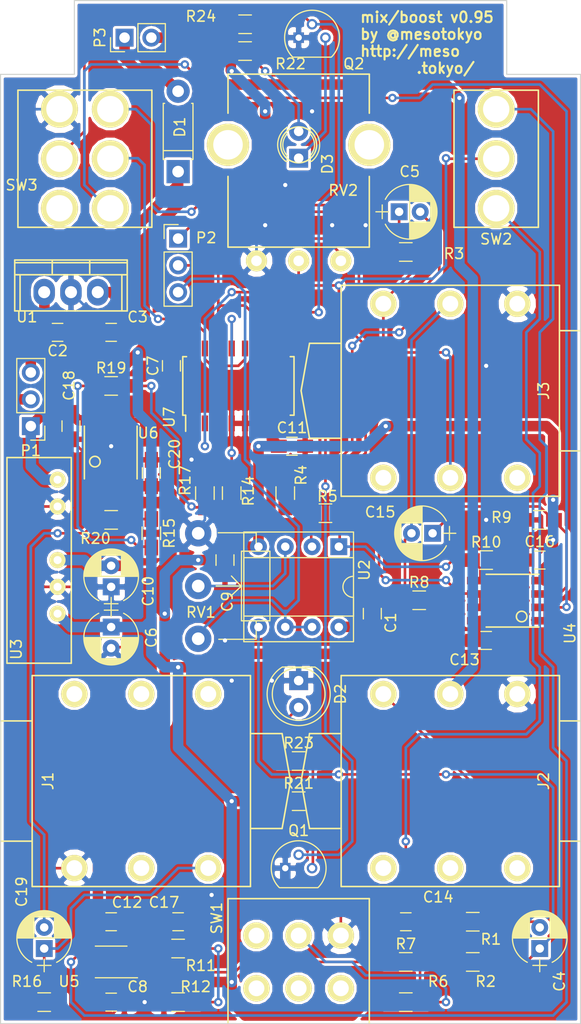
<source format=kicad_pcb>
(kicad_pcb (version 4) (host pcbnew 4.0.1-stable)
  (layers (0 F.Cu signal hide) (31 B.Cu signal hide) (34 B.Paste user) (35 F.Paste user) (36 B.SilkS user) (37 F.SilkS user) (38 B.Mask user) (39 F.Mask user) (44 Edge.Cuts user))
  (net 0 "")
  (net 1 GND)
  (net 2 VCC)
  (net 3 "Net-(C2-Pad2)")
  (net 4 "Net-(C3-Pad2)")
  (net 5 "Net-(C4-Pad1)")
  (net 6 INPUT)
  (net 7 SEND)
  (net 8 SEND2)
  (net 9 VEE)
  (net 10 FOOT_SW)
  (net 11 "Net-(C15-Pad1)")
  (net 12 RETURN)
  (net 13 "Net-(C17-Pad1)")
  (net 14 OUTPUT)
  (net 15 "Net-(C19-Pad2)")
  (net 16 "Net-(D1-Pad1)")
  (net 17 +9V)
  (net 18 "Net-(D2-Pad2)")
  (net 19 "Net-(D3-Pad1)")
  (net 20 "Net-(D3-Pad2)")
  (net 21 "Net-(J1-Pad3)")
  (net 22 "Net-(J1-Pad5)")
  (net 23 "Net-(J1-Pad6)")
  (net 24 "Net-(J1-Pad4)")
  (net 25 PWR-GND)
  (net 26 "Net-(J2-Pad5)")
  (net 27 "Net-(J2-Pad6)")
  (net 28 "Net-(J2-Pad4)")
  (net 29 DRY_B)
  (net 30 DRY)
  (net 31 DRY_A)
  (net 32 "Net-(Q1-Pad2)")
  (net 33 "Net-(Q2-Pad2)")
  (net 34 "Net-(R4-Pad2)")
  (net 35 "Net-(R6-Pad2)")
  (net 36 "Net-(R11-Pad1)")
  (net 37 "Net-(R14-Pad1)")
  (net 38 "Net-(R15-Pad1)")
  (net 39 "Net-(R15-Pad2)")
  (net 40 "Net-(R17-Pad2)")
  (net 41 "Net-(RV1-Pad2)")
  (net 42 "Net-(RV2-Pad2)")
  (net 43 "Net-(SW1-Pad4)")
  (net 44 "Net-(SW1-Pad5)")
  (net 45 "Net-(SW1-Pad6)")
  (net 46 "Net-(SW1-Pad3)")
  (net 47 FF_OUT)
  (net 48 WET)
  (net 49 RETURN2)
  (net 50 "Net-(SW3-Pad1)")
  (net 51 "Net-(J3-Pad5)")
  (net 52 "Net-(J3-Pad4)")
  (net 53 "Net-(Q1-Pad3)")
  (net 54 "Net-(R14-Pad2)")
  (module jacks:NYS215 (layer F.Cu) (at 149 130 90)
    (fp_text reference J3 (at 0 2.5 90) (layer F.SilkS))
    (fp_text value JACK_TRS_6PINS)
    (pad 2 thru_hole circle (at 8.25 -12.7 90) (size 2.5 2.5) (drill 1.5) (layers *.Cu *.Mask F.SilkS) (net 7 SEND))
    (pad 3 thru_hole circle (at 8.25 -6.35 90) (size 2.5 2.5) (drill 1.5) (layers *.Cu *.Mask F.SilkS) (net 12 RETURN))
    (pad 1 thru_hole circle (at 8.25 0 90) (size 2.5 2.5) (drill 1.5) (layers *.Cu *.Mask F.SilkS) (net 1 GND))
    (pad 5 thru_hole circle (at -8.25 -12.7 90) (size 2.5 2.5) (drill 1.5) (layers *.Cu *.Mask F.SilkS) (net 51 "Net-(J3-Pad5)"))
    (pad 6 thru_hole circle (at -8.25 -6.35 90) (size 2.5 2.5) (drill 1.5) (layers *.Cu *.Mask F.SilkS) (net 7 SEND))
    (pad 4 thru_hole circle (at -8.25 0 90) (size 2.5 2.5) (drill 1.5) (layers *.Cu *.Mask F.SilkS) (net 52 "Net-(J3-Pad4)"))
  )
  (module Capacitors_ThroughHole:CP_Radial_D5.0mm_P2.00mm (layer F.Cu) (at 137.795 113.03)
    (fp_text reference C5 (at 1 -3.81) (layer F.SilkS))
    (fp_text value 4.7u)
    (pad 1 thru_hole rect (at 0 0) (size 1.6 1.6) (drill 0.8) (layers *.Cu *.Mask) (net 7 SEND))
    (pad 2 thru_hole circle (at 2 0) (size 1.6 1.6) (drill 0.8) (layers *.Cu *.Mask) (net 8 SEND2))
  )
  (module pots:alpha_RV141F (layer F.Cu) (at 128.27 106.68)
    (fp_text reference RV2 (at 4.23 4.32) (layer F.SilkS))
    (fp_text value 100k)
    (pad "" thru_hole circle (at -6.7 0) (size 4 4) (drill 2.8) (layers *.Cu *.Mask F.SilkS))
    (pad 3 thru_hole circle (at 4 11) (size 2 2) (drill 1) (layers *.Cu *.Mask F.SilkS) (net 30 DRY))
    (pad 2 thru_hole circle (at 0 11) (size 2 2) (drill 1) (layers *.Cu *.Mask F.SilkS) (net 42 "Net-(RV2-Pad2)"))
    (pad 1 thru_hole circle (at -4 11) (size 2 2) (drill 1) (layers *.Cu *.Mask F.SilkS) (net 1 GND))
    (pad "" thru_hole circle (at 6.7 0) (size 4 4) (drill 2.8) (layers *.Cu *.Mask F.SilkS))
  )
  (module jacks:NYS215 (layer F.Cu) (at 107 167 270)
    (fp_text reference J1 (at 0 2.5 270) (layer F.SilkS))
    (fp_text value JACK_TRS_6PINS)
    (pad 2 thru_hole circle (at 8.25 -12.7 270) (size 2.5 2.5) (drill 1.5) (layers *.Cu *.Mask F.SilkS) (net 14 OUTPUT))
    (pad 3 thru_hole circle (at 8.25 -6.35 270) (size 2.5 2.5) (drill 1.5) (layers *.Cu *.Mask F.SilkS) (net 21 "Net-(J1-Pad3)"))
    (pad 1 thru_hole circle (at 8.25 0 270) (size 2.5 2.5) (drill 1.5) (layers *.Cu *.Mask F.SilkS) (net 1 GND))
    (pad 5 thru_hole circle (at -8.25 -12.7 270) (size 2.5 2.5) (drill 1.5) (layers *.Cu *.Mask F.SilkS) (net 22 "Net-(J1-Pad5)"))
    (pad 6 thru_hole circle (at -8.25 -6.35 270) (size 2.5 2.5) (drill 1.5) (layers *.Cu *.Mask F.SilkS) (net 23 "Net-(J1-Pad6)"))
    (pad 4 thru_hole circle (at -8.25 0 270) (size 2.5 2.5) (drill 1.5) (layers *.Cu *.Mask F.SilkS) (net 24 "Net-(J1-Pad4)"))
  )
  (module jacks:NYS215 (layer F.Cu) (at 149 167 90)
    (fp_text reference J2 (at 0 2.5 90) (layer F.SilkS))
    (fp_text value JACK_TRS_6PINS)
    (pad 2 thru_hole circle (at 8.25 -12.7 90) (size 2.5 2.5) (drill 1.5) (layers *.Cu *.Mask F.SilkS) (net 6 INPUT))
    (pad 3 thru_hole circle (at 8.25 -6.35 90) (size 2.5 2.5) (drill 1.5) (layers *.Cu *.Mask F.SilkS) (net 25 PWR-GND))
    (pad 1 thru_hole circle (at 8.25 0 90) (size 2.5 2.5) (drill 1.5) (layers *.Cu *.Mask F.SilkS) (net 1 GND))
    (pad 5 thru_hole circle (at -8.25 -12.7 90) (size 2.5 2.5) (drill 1.5) (layers *.Cu *.Mask F.SilkS) (net 26 "Net-(J2-Pad5)"))
    (pad 6 thru_hole circle (at -8.25 -6.35 90) (size 2.5 2.5) (drill 1.5) (layers *.Cu *.Mask F.SilkS) (net 27 "Net-(J2-Pad6)"))
    (pad 4 thru_hole circle (at -8.25 0 90) (size 2.5 2.5) (drill 1.5) (layers *.Cu *.Mask F.SilkS) (net 28 "Net-(J2-Pad4)"))
  )
  (module Capacitors_ThroughHole:CP_Radial_D5.0mm_P2.00mm (layer F.Cu) (at 140.97 143.51 180)
    (fp_text reference C15 (at 4.97 2.01 180) (layer F.SilkS))
    (fp_text value 4.7u)
    (pad 1 thru_hole rect (at 0 0 180) (size 1.6 1.6) (drill 0.8) (layers *.Cu *.Mask) (net 11 "Net-(C15-Pad1)"))
    (pad 2 thru_hole circle (at 2 0 180) (size 1.6 1.6) (drill 0.8) (layers *.Cu *.Mask) (net 12 RETURN))
  )
  (module Capacitors_ThroughHole:CP_Radial_D5.0mm_P2.00mm (layer F.Cu) (at 151.13 182.88 90)
    (fp_text reference C4 (at -3.12 1.87 90) (layer F.SilkS))
    (fp_text value 4.7u)
    (pad 1 thru_hole rect (at 0 0 90) (size 1.6 1.6) (drill 0.8) (layers *.Cu *.Mask) (net 5 "Net-(C4-Pad1)"))
    (pad 2 thru_hole circle (at 2 0 90) (size 1.6 1.6) (drill 0.8) (layers *.Cu *.Mask) (net 6 INPUT))
  )
  (module Capacitors_SMD:C_0805_HandSoldering (layer F.Cu) (at 135.255 151.13 270)
    (fp_text reference C1 (at 0.87 -1.745 270) (layer F.SilkS))
    (fp_text value 0.1u)
    (pad 1 smd rect (at -1.25 0 270) (size 1.5 1.25) (layers F.Cu F.Paste F.Mask) (net 1 GND))
    (pad 2 smd rect (at 1.25 0 270) (size 1.5 1.25) (layers F.Cu F.Paste F.Mask) (net 2 VCC))
  )
  (module Capacitors_SMD:C_0805_HandSoldering (layer F.Cu) (at 105.41 124.46 180)
    (fp_text reference C2 (at 0 -1.75 180) (layer F.SilkS))
    (fp_text value 0.33u)
    (pad 1 smd rect (at -1.25 0 180) (size 1.5 1.25) (layers F.Cu F.Paste F.Mask) (net 1 GND))
    (pad 2 smd rect (at 1.25 0 180) (size 1.5 1.25) (layers F.Cu F.Paste F.Mask) (net 3 "Net-(C2-Pad2)"))
  )
  (module Capacitors_SMD:C_0805_HandSoldering (layer F.Cu) (at 110.49 124.46)
    (fp_text reference C3 (at 2.51 -1.46) (layer F.SilkS))
    (fp_text value 0.1u)
    (pad 1 smd rect (at -1.25 0) (size 1.5 1.25) (layers F.Cu F.Paste F.Mask) (net 1 GND))
    (pad 2 smd rect (at 1.25 0) (size 1.5 1.25) (layers F.Cu F.Paste F.Mask) (net 4 "Net-(C3-Pad2)"))
  )
  (module Capacitors_ThroughHole:CP_Radial_D5.0mm_P2.00mm (layer F.Cu) (at 110.49 152.4 270)
    (fp_text reference C6 (at 1 -3.81 270) (layer F.SilkS))
    (fp_text value 10u)
    (pad 1 thru_hole rect (at 0 0 270) (size 1.6 1.6) (drill 0.8) (layers *.Cu *.Mask) (net 2 VCC))
    (pad 2 thru_hole circle (at 2 0 270) (size 1.6 1.6) (drill 0.8) (layers *.Cu *.Mask) (net 1 GND))
  )
  (module Capacitors_SMD:C_0805_HandSoldering (layer F.Cu) (at 116.205 127.635 90)
    (fp_text reference C7 (at 0 -1.75 90) (layer F.SilkS))
    (fp_text value 0.1u)
    (pad 1 smd rect (at -1.25 0 90) (size 1.5 1.25) (layers F.Cu F.Paste F.Mask) (net 1 GND))
    (pad 2 smd rect (at 1.25 0 90) (size 1.5 1.25) (layers F.Cu F.Paste F.Mask) (net 2 VCC))
  )
  (module Capacitors_SMD:C_0805_HandSoldering (layer F.Cu) (at 110.49 187.96 180)
    (fp_text reference C8 (at -2.51 1.46 180) (layer F.SilkS))
    (fp_text value 0.1u)
    (pad 1 smd rect (at -1.25 0 180) (size 1.5 1.25) (layers F.Cu F.Paste F.Mask) (net 1 GND))
    (pad 2 smd rect (at 1.25 0 180) (size 1.5 1.25) (layers F.Cu F.Paste F.Mask) (net 2 VCC))
  )
  (module Capacitors_SMD:C_0805_HandSoldering (layer F.Cu) (at 121.285 146.05 90)
    (fp_text reference C9 (at -3.95 0.215 90) (layer F.SilkS))
    (fp_text value 0.1u)
    (pad 1 smd rect (at -1.25 0 90) (size 1.5 1.25) (layers F.Cu F.Paste F.Mask) (net 1 GND))
    (pad 2 smd rect (at 1.25 0 90) (size 1.5 1.25) (layers F.Cu F.Paste F.Mask) (net 9 VEE))
  )
  (module Capacitors_ThroughHole:CP_Radial_D5.0mm_P2.00mm (layer F.Cu) (at 110.49 148.59 90)
    (fp_text reference C10 (at -0.41 3.51 90) (layer F.SilkS))
    (fp_text value 10u)
    (pad 1 thru_hole rect (at 0 0 90) (size 1.6 1.6) (drill 0.8) (layers *.Cu *.Mask) (net 1 GND))
    (pad 2 thru_hole circle (at 2 0 90) (size 1.6 1.6) (drill 0.8) (layers *.Cu *.Mask) (net 9 VEE))
  )
  (module Capacitors_SMD:C_0805_HandSoldering (layer F.Cu) (at 127.635 135.255)
    (fp_text reference C11 (at 0 -1.75) (layer F.SilkS))
    (fp_text value 0.1u)
    (pad 1 smd rect (at -1.25 0) (size 1.5 1.25) (layers F.Cu F.Paste F.Mask) (net 9 VEE))
    (pad 2 smd rect (at 1.25 0) (size 1.5 1.25) (layers F.Cu F.Paste F.Mask) (net 1 GND))
  )
  (module Capacitors_SMD:C_0805_HandSoldering (layer F.Cu) (at 110.49 180.34)
    (fp_text reference C12 (at 1.51 -1.84) (layer F.SilkS))
    (fp_text value 0.1u)
    (pad 1 smd rect (at -1.25 0) (size 1.5 1.25) (layers F.Cu F.Paste F.Mask) (net 9 VEE))
    (pad 2 smd rect (at 1.25 0) (size 1.5 1.25) (layers F.Cu F.Paste F.Mask) (net 1 GND))
  )
  (module Capacitors_SMD:C_0805_HandSoldering (layer F.Cu) (at 146.05 153.67 180)
    (fp_text reference C13 (at 2.05 -1.83 180) (layer F.SilkS))
    (fp_text value 0.1u)
    (pad 1 smd rect (at -1.25 0 180) (size 1.5 1.25) (layers F.Cu F.Paste F.Mask) (net 1 GND))
    (pad 2 smd rect (at 1.25 0 180) (size 1.5 1.25) (layers F.Cu F.Paste F.Mask) (net 2 VCC))
  )
  (module Capacitors_SMD:C_0805_HandSoldering (layer F.Cu) (at 138.43 180.34)
    (fp_text reference C14 (at 3.07 -2.34) (layer F.SilkS))
    (fp_text value 0.1u)
    (pad 1 smd rect (at -1.25 0) (size 1.5 1.25) (layers F.Cu F.Paste F.Mask) (net 10 FOOT_SW))
    (pad 2 smd rect (at 1.25 0) (size 1.5 1.25) (layers F.Cu F.Paste F.Mask) (net 1 GND))
  )
  (module Capacitors_SMD:C_0805_HandSoldering (layer F.Cu) (at 151.13 146.05)
    (fp_text reference C16 (at 0 -1.75) (layer F.SilkS))
    (fp_text value 0.1u)
    (pad 1 smd rect (at -1.25 0) (size 1.5 1.25) (layers F.Cu F.Paste F.Mask) (net 1 GND))
    (pad 2 smd rect (at 1.25 0) (size 1.5 1.25) (layers F.Cu F.Paste F.Mask) (net 9 VEE))
  )
  (module Capacitors_SMD:C_0805_HandSoldering (layer F.Cu) (at 116.84 180.34 180)
    (fp_text reference C17 (at 1.34 1.84 180) (layer F.SilkS))
    (fp_text value 1u)
    (pad 1 smd rect (at -1.25 0 180) (size 1.5 1.25) (layers F.Cu F.Paste F.Mask) (net 13 "Net-(C17-Pad1)"))
    (pad 2 smd rect (at 1.25 0 180) (size 1.5 1.25) (layers F.Cu F.Paste F.Mask) (net 1 GND))
  )
  (module Capacitors_SMD:C_0805_HandSoldering (layer F.Cu) (at 106.68 133.35 90)
    (fp_text reference C18 (at 3.85 -0.18 90) (layer F.SilkS))
    (fp_text value 0.1u)
    (pad 1 smd rect (at -1.25 0 90) (size 1.5 1.25) (layers F.Cu F.Paste F.Mask) (net 1 GND))
    (pad 2 smd rect (at 1.25 0 90) (size 1.5 1.25) (layers F.Cu F.Paste F.Mask) (net 2 VCC))
  )
  (module Capacitors_ThroughHole:CP_Radial_D5.0mm_P2.00mm (layer F.Cu) (at 104.14 182.88 90)
    (fp_text reference C19 (at 5.38 -2.14 90) (layer F.SilkS))
    (fp_text value 4.7u)
    (pad 1 thru_hole rect (at 0 0 90) (size 1.6 1.6) (drill 0.8) (layers *.Cu *.Mask) (net 14 OUTPUT))
    (pad 2 thru_hole circle (at 2 0 90) (size 1.6 1.6) (drill 0.8) (layers *.Cu *.Mask) (net 15 "Net-(C19-Pad2)"))
  )
  (module Capacitors_SMD:C_0805_HandSoldering (layer F.Cu) (at 114.3 137.795 270)
    (fp_text reference C20 (at -1.795 -2.2 270) (layer F.SilkS))
    (fp_text value 0.1u)
    (pad 1 smd rect (at -1.25 0 270) (size 1.5 1.25) (layers F.Cu F.Paste F.Mask) (net 1 GND))
    (pad 2 smd rect (at 1.25 0 270) (size 1.5 1.25) (layers F.Cu F.Paste F.Mask) (net 9 VEE))
  )
  (module Diodes_ThroughHole:D_DO-41_SOD81_P7.62mm_Horizontal (layer F.Cu) (at 116.84 109.22 90)
    (fp_text reference D1 (at 4.22 0.16 90) (layer F.SilkS))
    (fp_text value D_Schottky)
    (pad 1 thru_hole rect (at 0 0 90) (size 2.2 2.2) (drill 1.1) (layers *.Cu *.Mask) (net 16 "Net-(D1-Pad1)"))
    (pad 2 thru_hole oval (at 7.62 0 90) (size 2.2 2.2) (drill 1.1) (layers *.Cu *.Mask) (net 17 +9V))
  )
  (module LEDs:LED_D5.0mm (layer F.Cu) (at 128.27 157.48 270)
    (fp_text reference D2 (at 1.27 -3.96 270) (layer F.SilkS))
    (fp_text value LED)
    (pad 1 thru_hole rect (at 0 0 270) (size 1.8 1.8) (drill 0.9) (layers *.Cu *.Mask) (net 1 GND))
    (pad 2 thru_hole circle (at 2.54 0 270) (size 1.8 1.8) (drill 0.9) (layers *.Cu *.Mask) (net 18 "Net-(D2-Pad2)"))
  )
  (module LEDs:LED_D3.0mm (layer F.Cu) (at 128.27 107.95 90)
    (fp_text reference D3 (at -0.55 2.73 90) (layer F.SilkS))
    (fp_text value LED)
    (pad 1 thru_hole rect (at 0 0 90) (size 1.8 1.8) (drill 0.9) (layers *.Cu *.Mask) (net 19 "Net-(D3-Pad1)"))
    (pad 2 thru_hole circle (at 2.54 0 90) (size 1.8 1.8) (drill 0.9) (layers *.Cu *.Mask) (net 20 "Net-(D3-Pad2)"))
  )
  (module Pin_Headers:Pin_Header_Straight_1x03_Pitch2.54mm (layer F.Cu) (at 102.87 133.35 180)
    (fp_text reference P1 (at 0 -2.33 180) (layer F.SilkS))
    (fp_text value CONN_01X03)
    (pad 1 thru_hole rect (at 0 0 180) (size 1.7 1.7) (drill 1) (layers *.Cu *.Mask) (net 4 "Net-(C3-Pad2)"))
    (pad 2 thru_hole oval (at 0 2.54 180) (size 1.7 1.7) (drill 1) (layers *.Cu *.Mask) (net 16 "Net-(D1-Pad1)"))
    (pad 3 thru_hole oval (at 0 5.08 180) (size 1.7 1.7) (drill 1) (layers *.Cu *.Mask) (net 3 "Net-(C2-Pad2)"))
  )
  (module Pin_Headers:Pin_Header_Straight_1x03_Pitch2.54mm (layer F.Cu) (at 116.84 115.57)
    (fp_text reference P2 (at 2.66 -0.07) (layer F.SilkS))
    (fp_text value CONN_01X03)
    (pad 1 thru_hole rect (at 0 0) (size 1.7 1.7) (drill 1) (layers *.Cu *.Mask) (net 29 DRY_B))
    (pad 2 thru_hole oval (at 0 2.54) (size 1.7 1.7) (drill 1) (layers *.Cu *.Mask) (net 30 DRY))
    (pad 3 thru_hole oval (at 0 5.08) (size 1.7 1.7) (drill 1) (layers *.Cu *.Mask) (net 31 DRY_A))
  )
  (module Pin_Headers:Pin_Header_Straight_1x02_Pitch2.54mm (layer F.Cu) (at 111.76 96.52 90)
    (fp_text reference P3 (at 0 -2.33 90) (layer F.SilkS))
    (fp_text value CONN_01X02)
    (pad 1 thru_hole rect (at 0 0 90) (size 1.7 1.7) (drill 1) (layers *.Cu *.Mask) (net 17 +9V))
    (pad 2 thru_hole oval (at 0 2.54 90) (size 1.7 1.7) (drill 1) (layers *.Cu *.Mask) (net 25 PWR-GND))
  )
  (module TO_SOT_Packages_THT:TO-92_Molded_Narrow (layer F.Cu) (at 127 175.26)
    (fp_text reference Q1 (at 1.27 -3.56) (layer F.SilkS))
    (fp_text value Q_NMOS_SGD)
    (pad 2 thru_hole circle (at 1.27 -1.27 90) (size 1 1) (drill 0.6) (layers *.Cu *.Mask) (net 32 "Net-(Q1-Pad2)"))
    (pad 3 thru_hole circle (at 2.54 0 90) (size 1 1) (drill 0.6) (layers *.Cu *.Mask) (net 53 "Net-(Q1-Pad3)"))
    (pad 1 thru_hole rect (at 0 0 90) (size 1 1) (drill 0.6) (layers *.Cu *.Mask) (net 1 GND))
  )
  (module TO_SOT_Packages_THT:TO-92_Molded_Narrow (layer F.Cu) (at 128.27 96.52)
    (fp_text reference Q2 (at 5.23 2.48) (layer F.SilkS))
    (fp_text value Q_NMOS_SGD)
    (pad 2 thru_hole circle (at 1.27 -1.27 90) (size 1 1) (drill 0.6) (layers *.Cu *.Mask) (net 33 "Net-(Q2-Pad2)"))
    (pad 3 thru_hole circle (at 2.54 0 90) (size 1 1) (drill 0.6) (layers *.Cu *.Mask) (net 19 "Net-(D3-Pad1)"))
    (pad 1 thru_hole rect (at 0 0 90) (size 1 1) (drill 0.6) (layers *.Cu *.Mask) (net 1 GND))
  )
  (module Resistors_SMD:R_0805_HandSoldering (layer F.Cu) (at 144.78 180.34 180)
    (fp_text reference R1 (at -1.72 -1.66 180) (layer F.SilkS))
    (fp_text value 1M)
    (pad 1 smd rect (at -1.35 0 180) (size 1.5 1.3) (layers F.Cu F.Paste F.Mask) (net 6 INPUT))
    (pad 2 smd rect (at 1.35 0 180) (size 1.5 1.3) (layers F.Cu F.Paste F.Mask) (net 1 GND))
  )
  (module Resistors_SMD:R_0805_HandSoldering (layer F.Cu) (at 144.78 184.15 180)
    (fp_text reference R2 (at -1.22 -1.85 180) (layer F.SilkS))
    (fp_text value 47k)
    (pad 1 smd rect (at -1.35 0 180) (size 1.5 1.3) (layers F.Cu F.Paste F.Mask) (net 5 "Net-(C4-Pad1)"))
    (pad 2 smd rect (at 1.35 0 180) (size 1.5 1.3) (layers F.Cu F.Paste F.Mask) (net 1 GND))
  )
  (module Resistors_SMD:R_0805_HandSoldering (layer F.Cu) (at 138.43 116.84 180)
    (fp_text reference R3 (at -4.57 -0.16 180) (layer F.SilkS))
    (fp_text value 47k)
    (pad 1 smd rect (at -1.35 0 180) (size 1.5 1.3) (layers F.Cu F.Paste F.Mask) (net 7 SEND))
    (pad 2 smd rect (at 1.35 0 180) (size 1.5 1.3) (layers F.Cu F.Paste F.Mask) (net 1 GND))
  )
  (module Resistors_SMD:R_0805_HandSoldering (layer F.Cu) (at 127 139.7 270)
    (fp_text reference R4 (at -1.7 -1.5 270) (layer F.SilkS))
    (fp_text value 1k)
    (pad 1 smd rect (at -1.35 0 270) (size 1.5 1.3) (layers F.Cu F.Paste F.Mask) (net 1 GND))
    (pad 2 smd rect (at 1.35 0 270) (size 1.5 1.3) (layers F.Cu F.Paste F.Mask) (net 34 "Net-(R4-Pad2)"))
  )
  (module Resistors_SMD:R_0805_HandSoldering (layer F.Cu) (at 130.81 141.605 180)
    (fp_text reference R5 (at -0.19 1.605 180) (layer F.SilkS))
    (fp_text value 10k)
    (pad 1 smd rect (at -1.35 0 180) (size 1.5 1.3) (layers F.Cu F.Paste F.Mask) (net 8 SEND2))
    (pad 2 smd rect (at 1.35 0 180) (size 1.5 1.3) (layers F.Cu F.Paste F.Mask) (net 34 "Net-(R4-Pad2)"))
  )
  (module Resistors_SMD:R_0805_HandSoldering (layer F.Cu) (at 138.43 187.96)
    (fp_text reference R6 (at 3.07 -1.96) (layer F.SilkS))
    (fp_text value 10k)
    (pad 1 smd rect (at -1.35 0) (size 1.5 1.3) (layers F.Cu F.Paste F.Mask) (net 2 VCC))
    (pad 2 smd rect (at 1.35 0) (size 1.5 1.3) (layers F.Cu F.Paste F.Mask) (net 35 "Net-(R6-Pad2)"))
  )
  (module Resistors_SMD:R_0805_HandSoldering (layer F.Cu) (at 138.43 184.15)
    (fp_text reference R7 (at 0 -1.7) (layer F.SilkS))
    (fp_text value 1k)
    (pad 1 smd rect (at -1.35 0) (size 1.5 1.3) (layers F.Cu F.Paste F.Mask) (net 10 FOOT_SW))
    (pad 2 smd rect (at 1.35 0) (size 1.5 1.3) (layers F.Cu F.Paste F.Mask) (net 35 "Net-(R6-Pad2)"))
  )
  (module Resistors_SMD:R_0805_HandSoldering (layer F.Cu) (at 139.7 149.86)
    (fp_text reference R8 (at 0 -1.7) (layer F.SilkS))
    (fp_text value 1M)
    (pad 1 smd rect (at -1.35 0) (size 1.5 1.3) (layers F.Cu F.Paste F.Mask) (net 12 RETURN))
    (pad 2 smd rect (at 1.35 0) (size 1.5 1.3) (layers F.Cu F.Paste F.Mask) (net 1 GND))
  )
  (module Resistors_SMD:R_0805_HandSoldering (layer F.Cu) (at 151.13 142.24 180)
    (fp_text reference R9 (at 3.63 0.24 180) (layer F.SilkS))
    (fp_text value 47k)
    (pad 1 smd rect (at -1.35 0 180) (size 1.5 1.3) (layers F.Cu F.Paste F.Mask) (net 11 "Net-(C15-Pad1)"))
    (pad 2 smd rect (at 1.35 0 180) (size 1.5 1.3) (layers F.Cu F.Paste F.Mask) (net 1 GND))
  )
  (module Resistors_SMD:R_0805_HandSoldering (layer F.Cu) (at 146.05 146.05)
    (fp_text reference R10 (at 0 -1.7) (layer F.SilkS))
    (fp_text value 47k)
    (pad 1 smd rect (at -1.35 0) (size 1.5 1.3) (layers F.Cu F.Paste F.Mask) (net 8 SEND2))
    (pad 2 smd rect (at 1.35 0) (size 1.5 1.3) (layers F.Cu F.Paste F.Mask) (net 1 GND))
  )
  (module Resistors_SMD:R_0805_HandSoldering (layer F.Cu) (at 116.84 182.88)
    (fp_text reference R11 (at 2.16 1.62) (layer F.SilkS))
    (fp_text value 1M)
    (pad 1 smd rect (at -1.35 0) (size 1.5 1.3) (layers F.Cu F.Paste F.Mask) (net 36 "Net-(R11-Pad1)"))
    (pad 2 smd rect (at 1.35 0) (size 1.5 1.3) (layers F.Cu F.Paste F.Mask) (net 13 "Net-(C17-Pad1)"))
  )
  (module Resistors_SMD:R_0805_HandSoldering (layer F.Cu) (at 116.84 187.96 180)
    (fp_text reference R12 (at -1.66 1.46 180) (layer F.SilkS))
    (fp_text value 100k)
    (pad 1 smd rect (at -1.35 0 180) (size 1.5 1.3) (layers F.Cu F.Paste F.Mask) (net 13 "Net-(C17-Pad1)"))
    (pad 2 smd rect (at 1.35 0 180) (size 1.5 1.3) (layers F.Cu F.Paste F.Mask) (net 1 GND))
  )
  (module Resistors_SMD:R_0805_HandSoldering (layer F.Cu) (at 121.92 139.7 90)
    (fp_text reference R14 (at 0.2 1.58 90) (layer F.SilkS))
    (fp_text value 10k)
    (pad 1 smd rect (at -1.35 0 90) (size 1.5 1.3) (layers F.Cu F.Paste F.Mask) (net 37 "Net-(R14-Pad1)"))
    (pad 2 smd rect (at 1.35 0 90) (size 1.5 1.3) (layers F.Cu F.Paste F.Mask) (net 54 "Net-(R14-Pad2)"))
  )
  (module Resistors_SMD:R_0805_HandSoldering (layer F.Cu) (at 114.3 143.51 270)
    (fp_text reference R15 (at 0 -1.7 270) (layer F.SilkS))
    (fp_text value 10k)
    (pad 1 smd rect (at -1.35 0 270) (size 1.5 1.3) (layers F.Cu F.Paste F.Mask) (net 38 "Net-(R15-Pad1)"))
    (pad 2 smd rect (at 1.35 0 270) (size 1.5 1.3) (layers F.Cu F.Paste F.Mask) (net 39 "Net-(R15-Pad2)"))
  )
  (module Resistors_SMD:R_0805_HandSoldering (layer F.Cu) (at 104.14 187.96 180)
    (fp_text reference R16 (at 1.64 1.96 180) (layer F.SilkS))
    (fp_text value 47k)
    (pad 1 smd rect (at -1.35 0 180) (size 1.5 1.3) (layers F.Cu F.Paste F.Mask) (net 14 OUTPUT))
    (pad 2 smd rect (at 1.35 0 180) (size 1.5 1.3) (layers F.Cu F.Paste F.Mask) (net 1 GND))
  )
  (module Resistors_SMD:R_0805_HandSoldering (layer F.Cu) (at 119.38 139.7 90)
    (fp_text reference R17 (at 1.2 -1.88 90) (layer F.SilkS))
    (fp_text value 10k)
    (pad 1 smd rect (at -1.35 0 90) (size 1.5 1.3) (layers F.Cu F.Paste F.Mask) (net 37 "Net-(R14-Pad1)"))
    (pad 2 smd rect (at 1.35 0 90) (size 1.5 1.3) (layers F.Cu F.Paste F.Mask) (net 40 "Net-(R17-Pad2)"))
  )
  (module Resistors_SMD:R_0805_HandSoldering (layer F.Cu) (at 110.49 129.54)
    (fp_text reference R19 (at 0 -1.7) (layer F.SilkS))
    (fp_text value 10k)
    (pad 1 smd rect (at -1.35 0) (size 1.5 1.3) (layers F.Cu F.Paste F.Mask) (net 39 "Net-(R15-Pad2)"))
    (pad 2 smd rect (at 1.35 0) (size 1.5 1.3) (layers F.Cu F.Paste F.Mask) (net 37 "Net-(R14-Pad1)"))
  )
  (module Resistors_SMD:R_0805_HandSoldering (layer F.Cu) (at 110.49 142.24)
    (fp_text reference R20 (at -1.49 1.76) (layer F.SilkS))
    (fp_text value 10k)
    (pad 1 smd rect (at -1.35 0) (size 1.5 1.3) (layers F.Cu F.Paste F.Mask) (net 15 "Net-(C19-Pad2)"))
    (pad 2 smd rect (at 1.35 0) (size 1.5 1.3) (layers F.Cu F.Paste F.Mask) (net 38 "Net-(R15-Pad1)"))
  )
  (module Resistors_SMD:R_0805_HandSoldering (layer F.Cu) (at 128.27 168.91)
    (fp_text reference R21 (at 0 -1.7) (layer F.SilkS))
    (fp_text value 1k)
    (pad 1 smd rect (at -1.35 0) (size 1.5 1.3) (layers F.Cu F.Paste F.Mask) (net 2 VCC))
    (pad 2 smd rect (at 1.35 0) (size 1.5 1.3) (layers F.Cu F.Paste F.Mask) (net 53 "Net-(Q1-Pad3)"))
  )
  (module Resistors_SMD:R_0805_HandSoldering (layer F.Cu) (at 123.19 97.79)
    (fp_text reference R22 (at 4.31 1.21) (layer F.SilkS))
    (fp_text value 2k)
    (pad 1 smd rect (at -1.35 0) (size 1.5 1.3) (layers F.Cu F.Paste F.Mask) (net 2 VCC))
    (pad 2 smd rect (at 1.35 0) (size 1.5 1.3) (layers F.Cu F.Paste F.Mask) (net 20 "Net-(D3-Pad2)"))
  )
  (module Resistors_SMD:R_0805_HandSoldering (layer F.Cu) (at 128.27 165.1)
    (fp_text reference R23 (at 0 -1.7) (layer F.SilkS))
    (fp_text value 1k)
    (pad 1 smd rect (at -1.35 0) (size 1.5 1.3) (layers F.Cu F.Paste F.Mask) (net 18 "Net-(D2-Pad2)"))
    (pad 2 smd rect (at 1.35 0) (size 1.5 1.3) (layers F.Cu F.Paste F.Mask) (net 53 "Net-(Q1-Pad3)"))
  )
  (module Resistors_SMD:R_0805_HandSoldering (layer F.Cu) (at 123.19 95.25 180)
    (fp_text reference R24 (at 4.19 0.75 180) (layer F.SilkS))
    (fp_text value 10k)
    (pad 1 smd rect (at -1.35 0 180) (size 1.5 1.3) (layers F.Cu F.Paste F.Mask) (net 2 VCC))
    (pad 2 smd rect (at 1.35 0 180) (size 1.5 1.3) (layers F.Cu F.Paste F.Mask) (net 33 "Net-(Q2-Pad2)"))
  )
  (module Potentiometers:Potentiometer_WirePads (layer F.Cu) (at 118.745 143.51)
    (fp_text reference RV1 (at 0.255 7.49) (layer F.SilkS))
    (fp_text value 100k)
    (pad 2 thru_hole circle (at 0 5) (size 2.5 2.5) (drill 1.2) (layers *.Cu *.Mask) (net 41 "Net-(RV1-Pad2)"))
    (pad 3 thru_hole circle (at 0 10) (size 2.5 2.5) (drill 1.2) (layers *.Cu *.Mask) (net 31 DRY_A))
    (pad 1 thru_hole circle (at 0 0) (size 2.5 2.5) (drill 1.2) (layers *.Cu *.Mask) (net 1 GND))
  )
  (module switches:alpha-push_DPDT (layer F.Cu) (at 128.27 184.15 90)
    (fp_text reference SW1 (at 4.15 -7.77 90) (layer F.SilkS))
    (fp_text value Switch_SPDT_x2)
    (pad 4 thru_hole circle (at -2.5 4 90) (size 2.5 2.5) (drill 1.5) (layers *.Cu *.Mask F.SilkS) (net 43 "Net-(SW1-Pad4)"))
    (pad 5 thru_hole circle (at -2.5 0 90) (size 2.5 2.5) (drill 1.5) (layers *.Cu *.Mask F.SilkS) (net 44 "Net-(SW1-Pad5)"))
    (pad 6 thru_hole circle (at -2.5 -4 90) (size 2.5 2.5) (drill 1.5) (layers *.Cu *.Mask F.SilkS) (net 45 "Net-(SW1-Pad6)"))
    (pad 3 thru_hole circle (at 2.5 -4 90) (size 2.5 2.5) (drill 1.5) (layers *.Cu *.Mask F.SilkS) (net 46 "Net-(SW1-Pad3)"))
    (pad 1 thru_hole circle (at 2.5 4 90) (size 2.5 2.5) (drill 1.5) (layers *.Cu *.Mask F.SilkS) (net 1 GND))
    (pad 2 thru_hole circle (at 2.5 0 90) (size 2.5 2.5) (drill 1.5) (layers *.Cu *.Mask F.SilkS) (net 35 "Net-(R6-Pad2)"))
  )
  (module switches:SPDT_switch (layer F.Cu) (at 147 108)
    (fp_text reference SW2 (at 0 7.62) (layer F.SilkS))
    (fp_text value LAT/MOM)
    (pad 3 thru_hole circle (at 0 -4.7) (size 3.5 3.5) (drill 2.5) (layers *.Cu *.Mask F.SilkS) (net 47 FF_OUT))
    (pad 2 thru_hole circle (at 0 0) (size 3.5 3.5) (drill 2.5) (layers *.Cu *.Mask F.SilkS) (net 32 "Net-(Q1-Pad2)"))
    (pad 1 thru_hole circle (at 0 4.7) (size 3.5 3.5) (drill 2.5) (layers *.Cu *.Mask F.SilkS) (net 10 FOOT_SW))
  )
  (module switches:DPDT_switch (layer F.Cu) (at 108 108)
    (fp_text reference SW3 (at -6 2.5) (layer F.SilkS))
    (fp_text value Switch_SPDT_x2)
    (pad 6 thru_hole circle (at 2.41 -4.7) (size 3.5 3.5) (drill 2.5) (layers *.Cu *.Mask F.SilkS) (net 7 SEND))
    (pad 5 thru_hole circle (at 2.41 0) (size 3.5 3.5) (drill 2.5) (layers *.Cu *.Mask F.SilkS) (net 48 WET))
    (pad 4 thru_hole circle (at 2.41 4.7) (size 3.5 3.5) (drill 2.5) (layers *.Cu *.Mask F.SilkS) (net 49 RETURN2))
    (pad 3 thru_hole circle (at -2.41 -4.7) (size 3.5 3.5) (drill 2.5) (layers *.Cu *.Mask F.SilkS) (net 1 GND))
    (pad 2 thru_hole circle (at -2.41 0) (size 3.5 3.5) (drill 2.5) (layers *.Cu *.Mask F.SilkS) (net 33 "Net-(Q2-Pad2)"))
    (pad 1 thru_hole circle (at -2.41 4.7) (size 3.5 3.5) (drill 2.5) (layers *.Cu *.Mask F.SilkS) (net 50 "Net-(SW3-Pad1)"))
  )
  (module Power_Integrations:TO-220 (layer F.Cu) (at 106.68 120.65)
    (fp_text reference U1 (at -4.18 2.35) (layer F.SilkS))
    (fp_text value LM7805CT)
    (pad 2 thru_hole oval (at 0 0) (size 2.032 2.54) (drill 1.143) (layers *.Cu *.Mask) (net 1 GND))
    (pad 3 thru_hole oval (at 2.54 0) (size 2.032 2.54) (drill 1.143) (layers *.Cu *.Mask) (net 4 "Net-(C3-Pad2)"))
    (pad 1 thru_hole oval (at -2.54 0) (size 2.032 2.54) (drill 1.143) (layers *.Cu *.Mask) (net 3 "Net-(C2-Pad2)"))
  )
  (module Housings_DIP:DIP-8_W7.62mm_Socket (layer F.Cu) (at 132.08 144.78 270)
    (fp_text reference U2 (at 2.22 -2.42 270) (layer F.SilkS))
    (fp_text value TL072)
    (pad 1 thru_hole rect (at 0 0 270) (size 1.6 1.6) (drill 0.8) (layers *.Cu *.Mask) (net 8 SEND2))
    (pad 5 thru_hole oval (at 7.62 7.62 270) (size 1.6 1.6) (drill 0.8) (layers *.Cu *.Mask) (net 5 "Net-(C4-Pad1)"))
    (pad 2 thru_hole oval (at 0 2.54 270) (size 1.6 1.6) (drill 0.8) (layers *.Cu *.Mask) (net 34 "Net-(R4-Pad2)"))
    (pad 6 thru_hole oval (at 7.62 5.08 270) (size 1.6 1.6) (drill 0.8) (layers *.Cu *.Mask) (net 31 DRY_A))
    (pad 3 thru_hole oval (at 0 5.08 270) (size 1.6 1.6) (drill 0.8) (layers *.Cu *.Mask) (net 41 "Net-(RV1-Pad2)"))
    (pad 7 thru_hole oval (at 7.62 2.54 270) (size 1.6 1.6) (drill 0.8) (layers *.Cu *.Mask) (net 31 DRY_A))
    (pad 4 thru_hole oval (at 0 7.62 270) (size 1.6 1.6) (drill 0.8) (layers *.Cu *.Mask) (net 9 VEE))
    (pad 8 thru_hole oval (at 7.62 0 270) (size 1.6 1.6) (drill 0.8) (layers *.Cu *.Mask) (net 2 VCC))
  )
  (module mau100:MAU100 (layer F.Cu) (at 105.41 146.05 270)
    (fp_text reference U3 (at 8.45 3.91 270) (layer F.SilkS))
    (fp_text value MAPU01-D)
    (pad 1 thru_hole circle (at -7.62 0 270) (size 1.524 1.524) (drill 0.762) (layers *.Cu *.Mask F.SilkS) (net 4 "Net-(C3-Pad2)"))
    (pad 2 thru_hole circle (at -5.08 0 270) (size 1.524 1.524) (drill 0.762) (layers *.Cu *.Mask F.SilkS) (net 1 GND))
    (pad 4 thru_hole circle (at 0 0 270) (size 1.524 1.524) (drill 0.762) (layers *.Cu *.Mask F.SilkS) (net 9 VEE))
    (pad 5 thru_hole circle (at 2.54 0 270) (size 1.524 1.524) (drill 0.762) (layers *.Cu *.Mask F.SilkS) (net 1 GND))
    (pad 6 thru_hole circle (at 5.08 0 270) (size 1.524 1.524) (drill 0.762) (layers *.Cu *.Mask F.SilkS) (net 2 VCC))
  )
  (module JRC:DMP8 (layer F.Cu) (at 146.05 152.4 90)
    (fp_text reference U4 (at -0.6 7.95 90) (layer F.SilkS))
    (fp_text value TL072)
    (pad 8 smd rect (at 0.595 -0.55 90) (size 0.72 2.54) (layers F.Cu F.Paste F.Mask) (net 2 VCC))
    (pad 7 smd rect (at 1.865 -0.55 90) (size 0.72 2.54) (layers F.Cu F.Paste F.Mask) (net 29 DRY_B))
    (pad 6 smd rect (at 3.135 -0.55 90) (size 0.72 2.54) (layers F.Cu F.Paste F.Mask) (net 29 DRY_B))
    (pad 5 smd rect (at 4.405 -0.55 90) (size 0.72 2.54) (layers F.Cu F.Paste F.Mask) (net 8 SEND2))
    (pad 4 smd rect (at 4.405 5.55 90) (size 0.72 2.54) (layers F.Cu F.Paste F.Mask) (net 9 VEE))
    (pad 3 smd rect (at 3.135 5.55 90) (size 0.72 2.54) (layers F.Cu F.Paste F.Mask) (net 11 "Net-(C15-Pad1)"))
    (pad 2 smd rect (at 1.865 5.55 90) (size 0.72 2.54) (layers F.Cu F.Paste F.Mask) (net 49 RETURN2))
    (pad 1 smd rect (at 0.595 5.55 90) (size 0.72 2.54) (layers F.Cu F.Paste F.Mask) (net 49 RETURN2))
  )
  (module Housings_SSOP:SSOP-8_2.95x2.8mm_Pitch0.65mm (layer F.Cu) (at 110.49 184.15 180)
    (fp_text reference U5 (at 3.99 -1.85 180) (layer F.SilkS))
    (fp_text value TC7WH74)
    (pad 1 smd rect (at -1.7 -0.975 90) (size 0.3 1.6) (layers F.Cu F.Paste F.Mask) (net 10 FOOT_SW))
    (pad 2 smd rect (at -1.7 -0.325 90) (size 0.3 1.6) (layers F.Cu F.Paste F.Mask) (net 13 "Net-(C17-Pad1)"))
    (pad 3 smd rect (at -1.7 0.325 90) (size 0.3 1.6) (layers F.Cu F.Paste F.Mask) (net 36 "Net-(R11-Pad1)"))
    (pad 4 smd rect (at -1.7 0.975 90) (size 0.3 1.6) (layers F.Cu F.Paste F.Mask) (net 1 GND))
    (pad 5 smd rect (at 1.7 0.975 90) (size 0.3 1.6) (layers F.Cu F.Paste F.Mask) (net 47 FF_OUT))
    (pad 6 smd rect (at 1.7 0.325 90) (size 0.3 1.6) (layers F.Cu F.Paste F.Mask) (net 2 VCC))
    (pad 7 smd rect (at 1.7 -0.325 90) (size 0.3 1.6) (layers F.Cu F.Paste F.Mask) (net 2 VCC))
    (pad 8 smd rect (at 1.7 -0.975 90) (size 0.3 1.6) (layers F.Cu F.Paste F.Mask) (net 2 VCC))
  )
  (module JRC:DMP8 (layer F.Cu) (at 107.95 133.35)
    (fp_text reference U6 (at 6.05 0.65) (layer F.SilkS))
    (fp_text value TL072)
    (pad 8 smd rect (at 0.595 -0.55) (size 0.72 2.54) (layers F.Cu F.Paste F.Mask) (net 2 VCC))
    (pad 7 smd rect (at 1.865 -0.55) (size 0.72 2.54) (layers F.Cu F.Paste F.Mask) (net 39 "Net-(R15-Pad2)"))
    (pad 6 smd rect (at 3.135 -0.55) (size 0.72 2.54) (layers F.Cu F.Paste F.Mask) (net 37 "Net-(R14-Pad1)"))
    (pad 5 smd rect (at 4.405 -0.55) (size 0.72 2.54) (layers F.Cu F.Paste F.Mask) (net 1 GND))
    (pad 4 smd rect (at 4.405 5.55) (size 0.72 2.54) (layers F.Cu F.Paste F.Mask) (net 9 VEE))
    (pad 3 smd rect (at 3.135 5.55) (size 0.72 2.54) (layers F.Cu F.Paste F.Mask) (net 1 GND))
    (pad 2 smd rect (at 1.865 5.55) (size 0.72 2.54) (layers F.Cu F.Paste F.Mask) (net 38 "Net-(R15-Pad1)"))
    (pad 1 smd rect (at 0.595 5.55) (size 0.72 2.54) (layers F.Cu F.Paste F.Mask) (net 15 "Net-(C19-Pad2)"))
  )
  (module Housings_SOIC:SOIC-16W_5.3x10.2mm_Pitch1.27mm (layer F.Cu) (at 122.555 129.54 90)
    (fp_text reference U7 (at -2.96 -6.555 90) (layer F.SilkS))
    (fp_text value 4052)
    (pad 1 smd rect (at -3.55 -4.445 90) (size 1.5 0.6) (layers F.Cu F.Paste F.Mask) (net 1 GND))
    (pad 2 smd rect (at -3.55 -3.175 90) (size 1.5 0.6) (layers F.Cu F.Paste F.Mask) (net 42 "Net-(RV2-Pad2)"))
    (pad 3 smd rect (at -3.55 -1.905 90) (size 1.5 0.6) (layers F.Cu F.Paste F.Mask) (net 40 "Net-(R17-Pad2)"))
    (pad 4 smd rect (at -3.55 -0.635 90) (size 1.5 0.6) (layers F.Cu F.Paste F.Mask) (net 1 GND))
    (pad 5 smd rect (at -3.55 0.635 90) (size 1.5 0.6) (layers F.Cu F.Paste F.Mask) (net 1 GND))
    (pad 6 smd rect (at -3.55 1.905 90) (size 1.5 0.6) (layers F.Cu F.Paste F.Mask) (net 1 GND))
    (pad 7 smd rect (at -3.55 3.175 90) (size 1.5 0.6) (layers F.Cu F.Paste F.Mask) (net 9 VEE))
    (pad 8 smd rect (at -3.55 4.445 90) (size 1.5 0.6) (layers F.Cu F.Paste F.Mask) (net 1 GND))
    (pad 9 smd rect (at 3.55 4.445 90) (size 1.5 0.6) (layers F.Cu F.Paste F.Mask) (net 33 "Net-(Q2-Pad2)"))
    (pad 10 smd rect (at 3.55 3.175 90) (size 1.5 0.6) (layers F.Cu F.Paste F.Mask) (net 32 "Net-(Q1-Pad2)"))
    (pad 11 smd rect (at 3.55 1.905 90) (size 1.5 0.6) (layers F.Cu F.Paste F.Mask) (net 30 DRY))
    (pad 12 smd rect (at 3.55 0.635 90) (size 1.5 0.6) (layers F.Cu F.Paste F.Mask) (net 48 WET))
    (pad 13 smd rect (at 3.55 -0.635 90) (size 1.5 0.6) (layers F.Cu F.Paste F.Mask) (net 54 "Net-(R14-Pad2)"))
    (pad 14 smd rect (at 3.55 -1.905 90) (size 1.5 0.6) (layers F.Cu F.Paste F.Mask) (net 30 DRY))
    (pad 15 smd rect (at 3.55 -3.175 90) (size 1.5 0.6) (layers F.Cu F.Paste F.Mask) (net 48 WET))
    (pad 16 smd rect (at 3.55 -4.445 90) (size 1.5 0.6) (layers F.Cu F.Paste F.Mask) (net 2 VCC))
  )
  (gr_text "mix/boost v0.95\nby @mesotokyo\nhttp://meso\n       .tokyo/" (at 134 97) (layer F.SilkS) (effects (font (size 1 1) (thickness 0.2)) (justify left)))
  (gr_line (start 148 93) (end 107 93) (angle 90) (layer Edge.Cuts) (width 0.1))
  (gr_line (start 148 100) (end 148 93) (angle 90) (layer Edge.Cuts) (width 0.1))
  (gr_line (start 155 100) (end 148 100) (angle 90) (layer Edge.Cuts) (width 0.1))
  (gr_line (start 155 190) (end 100 190) (angle 90) (layer Edge.Cuts) (width 0.1))
  (gr_line (start 155 100) (end 155 190) (angle 90) (layer Edge.Cuts) (width 0.1))
  (gr_line (start 107 100) (end 107 93) (angle 90) (layer Edge.Cuts) (width 0.1))
  (gr_line (start 100 100) (end 107 100) (angle 90) (layer Edge.Cuts) (width 0.1))
  (gr_line (start 100 190) (end 100 100) (angle 90) (layer Edge.Cuts) (width 0.1))
  (segment (start 144.78 181.69) (end 144.86 181.61) (width 0.25) (layer F.Cu) (net 0))
  (segment (start 121.285 150.495) (end 117.475 150.495) (width 0.25) (layer F.Cu) (net 1))
  (segment (start 117.475 144.78) (end 118.745 143.51) (width 0.25) (layer F.Cu) (net 1))
  (segment (start 117.475 146.685) (end 117.475 144.78) (width 0.25) (layer F.Cu) (net 1))
  (segment (start 116.84 147.32) (end 117.475 146.685) (width 0.25) (layer F.Cu) (net 1))
  (segment (start 116.84 149.86) (end 116.84 147.32) (width 0.25) (layer F.Cu) (net 1))
  (segment (start 117.475 150.495) (end 116.84 149.86) (width 0.25) (layer F.Cu) (net 1))
  (segment (start 103.505 103.3) (end 103.075 103.3) (width 0.25) (layer B.Cu) (net 1))
  (segment (start 102.87 104.14) (end 102.87 114.3) (width 0.25) (layer B.Cu) (net 1))
  (segment (start 106.68 118.11) (end 106.68 120.65) (width 0.25) (layer B.Cu) (net 1))
  (segment (start 102.87 114.3) (end 106.68 118.11) (width 0.25) (layer B.Cu) (net 1))
  (segment (start 102.87 103.505) (end 102.87 104.14) (width 0.25) (layer B.Cu) (net 1))
  (segment (start 103.075 103.3) (end 102.87 103.505) (width 0.25) (layer B.Cu) (net 1))
  (segment (start 111.125 136.545) (end 111.125 135.89) (width 0.25) (layer F.Cu) (net 1))
  (segment (start 111.125 135.89) (end 110.49 135.255) (width 0.25) (layer F.Cu) (net 1))
  (via (at 110.49 135.255) (size 0.8) (drill 0.4) (layers F.Cu B.Cu) (net 1))
  (segment (start 110.49 135.255) (end 108.585 133.35) (width 0.25) (layer B.Cu) (net 1))
  (segment (start 108.585 133.35) (end 108.585 122.555) (width 0.25) (layer B.Cu) (net 1))
  (segment (start 108.585 122.555) (end 106.68 120.65) (width 0.25) (layer B.Cu) (net 1))
  (via (at 120.015 177.8) (size 0.8) (drill 0.4) (layers F.Cu B.Cu) (net 1))
  (via (at 113.665 187.96) (size 0.8) (drill 0.4) (layers F.Cu B.Cu) (net 1))
  (segment (start 113.665 187.96) (end 120.015 181.61) (width 0.25) (layer B.Cu) (net 1))
  (segment (start 120.015 181.61) (end 120.015 177.8) (width 0.25) (layer B.Cu) (net 1))
  (segment (start 118.11 133.09) (end 118.11 136.525) (width 0.25) (layer F.Cu) (net 1))
  (segment (start 119.38 142.24) (end 118.11 143.51) (width 0.25) (layer B.Cu) (net 1))
  (segment (start 119.38 137.795) (end 119.38 142.24) (width 0.25) (layer B.Cu) (net 1))
  (segment (start 118.11 136.525) (end 119.38 137.795) (width 0.25) (layer B.Cu) (net 1))
  (via (at 118.11 136.525) (size 0.8) (drill 0.4) (layers F.Cu B.Cu) (net 1))
  (segment (start 135.89 116.84) (end 135.255 117.475) (width 0.25) (layer F.Cu) (net 1))
  (via (at 146.05 127.635) (size 0.8) (drill 0.4) (layers F.Cu B.Cu) (net 1))
  (segment (start 136.525 127.635) (end 146.05 127.635) (width 0.25) (layer F.Cu) (net 1))
  (segment (start 135.255 126.365) (end 136.525 127.635) (width 0.25) (layer F.Cu) (net 1))
  (segment (start 135.255 125.095) (end 135.255 126.365) (width 0.25) (layer F.Cu) (net 1))
  (segment (start 133.985 123.825) (end 135.255 125.095) (width 0.25) (layer F.Cu) (net 1))
  (segment (start 133.985 121.285) (end 133.985 123.825) (width 0.25) (layer F.Cu) (net 1))
  (segment (start 134.62 120.65) (end 133.985 121.285) (width 0.25) (layer F.Cu) (net 1))
  (segment (start 134.62 118.11) (end 134.62 120.65) (width 0.25) (layer F.Cu) (net 1))
  (segment (start 135.255 117.475) (end 134.62 118.11) (width 0.25) (layer F.Cu) (net 1))
  (segment (start 105.41 148.59) (end 110.49 148.59) (width 0.25) (layer F.Cu) (net 1))
  (segment (start 110.49 148.59) (end 111.76 148.59) (width 0.25) (layer F.Cu) (net 1))
  (segment (start 111.76 154.305) (end 110.585 154.305) (width 0.25) (layer F.Cu) (net 1))
  (segment (start 112.395 153.67) (end 111.76 154.305) (width 0.25) (layer F.Cu) (net 1))
  (segment (start 112.395 149.225) (end 112.395 153.67) (width 0.25) (layer F.Cu) (net 1))
  (segment (start 111.76 148.59) (end 112.395 149.225) (width 0.25) (layer F.Cu) (net 1))
  (segment (start 110.585 154.305) (end 110.49 154.4) (width 0.25) (layer F.Cu) (net 1))
  (segment (start 105.41 148.59) (end 104.14 148.59) (width 0.25) (layer F.Cu) (net 1))
  (segment (start 103.505 147.955) (end 103.505 140.97) (width 0.25) (layer F.Cu) (net 1))
  (segment (start 104.14 148.59) (end 103.505 147.955) (width 0.25) (layer F.Cu) (net 1))
  (segment (start 105.41 140.97) (end 103.505 140.97) (width 0.25) (layer F.Cu) (net 1))
  (segment (start 100.965 138.43) (end 100.965 135.255) (width 0.25) (layer F.Cu) (net 1))
  (segment (start 103.505 140.97) (end 100.965 138.43) (width 0.25) (layer F.Cu) (net 1))
  (segment (start 128.27 157.48) (end 125.73 157.48) (width 0.25) (layer B.Cu) (net 1))
  (segment (start 121.285 153.67) (end 121.285 150.495) (width 0.25) (layer F.Cu) (net 1))
  (segment (start 121.285 150.495) (end 121.285 147.3) (width 0.25) (layer F.Cu) (net 1))
  (via (at 121.285 153.67) (size 0.8) (drill 0.4) (layers F.Cu B.Cu) (net 1))
  (segment (start 121.92 154.305) (end 121.285 153.67) (width 0.25) (layer B.Cu) (net 1))
  (segment (start 121.92 157.48) (end 121.92 154.305) (width 0.25) (layer B.Cu) (net 1))
  (via (at 121.92 157.48) (size 0.8) (drill 0.4) (layers F.Cu B.Cu) (net 1))
  (segment (start 125.73 157.48) (end 121.92 157.48) (width 0.25) (layer F.Cu) (net 1))
  (via (at 125.73 157.48) (size 0.8) (drill 0.4) (layers F.Cu B.Cu) (net 1))
  (segment (start 135.255 149.88) (end 135.255 149.86) (width 0.25) (layer F.Cu) (net 1))
  (segment (start 135.255 149.86) (end 133.35 147.955) (width 0.25) (layer F.Cu) (net 1))
  (segment (start 121.94 147.955) (end 121.285 147.3) (width 0.25) (layer F.Cu) (net 1))
  (segment (start 133.35 147.955) (end 121.94 147.955) (width 0.25) (layer F.Cu) (net 1))
  (segment (start 141.05 149.86) (end 141.05 151.05) (width 0.25) (layer F.Cu) (net 1))
  (segment (start 137.16 151.765) (end 135.275 149.88) (width 0.25) (layer F.Cu) (net 1))
  (segment (start 140.335 151.765) (end 137.16 151.765) (width 0.25) (layer F.Cu) (net 1))
  (segment (start 141.05 151.05) (end 140.335 151.765) (width 0.25) (layer F.Cu) (net 1))
  (segment (start 135.275 149.88) (end 135.255 149.88) (width 0.25) (layer F.Cu) (net 1))
  (segment (start 128.885 135.255) (end 128.885 137.775) (width 0.25) (layer F.Cu) (net 1))
  (segment (start 128.27 138.39) (end 127.04 138.39) (width 0.25) (layer F.Cu) (net 1))
  (segment (start 128.885 137.775) (end 128.27 138.39) (width 0.25) (layer F.Cu) (net 1))
  (segment (start 127.04 138.39) (end 127 138.35) (width 0.25) (layer F.Cu) (net 1))
  (segment (start 106.66 124.46) (end 106.66 120.67) (width 0.25) (layer F.Cu) (net 1))
  (segment (start 106.66 120.67) (end 106.68 120.65) (width 0.25) (layer F.Cu) (net 1))
  (segment (start 106.68 134.6) (end 105.43 134.6) (width 0.25) (layer F.Cu) (net 1))
  (segment (start 101.6 135.89) (end 100.965 135.255) (width 0.25) (layer F.Cu) (net 1))
  (segment (start 104.14 135.89) (end 101.6 135.89) (width 0.25) (layer F.Cu) (net 1))
  (segment (start 105.43 134.6) (end 104.14 135.89) (width 0.25) (layer F.Cu) (net 1))
  (segment (start 112.355 132.8) (end 112.355 136.545) (width 0.25) (layer F.Cu) (net 1))
  (segment (start 112.395 136.525) (end 112.395 136.545) (width 0.25) (layer F.Cu) (net 1))
  (segment (start 112.375 136.525) (end 112.395 136.525) (width 0.25) (layer F.Cu) (net 1))
  (segment (start 112.355 136.545) (end 112.375 136.525) (width 0.25) (layer F.Cu) (net 1))
  (segment (start 114.3 136.545) (end 112.395 136.545) (width 0.25) (layer F.Cu) (net 1))
  (segment (start 112.395 136.545) (end 111.125 136.545) (width 0.25) (layer F.Cu) (net 1))
  (segment (start 111.125 136.545) (end 111.085 136.545) (width 0.25) (layer F.Cu) (net 1))
  (segment (start 111.085 136.545) (end 111.085 136.525) (width 0.25) (layer F.Cu) (net 1))
  (segment (start 111.085 138.9) (end 111.085 136.525) (width 0.25) (layer F.Cu) (net 1))
  (segment (start 111.085 136.525) (end 111.125 136.525) (width 0.25) (layer F.Cu) (net 1))
  (segment (start 116.84 130.81) (end 116.205 130.81) (width 0.25) (layer F.Cu) (net 1))
  (segment (start 116.205 130.81) (end 113.665 130.81) (width 0.25) (layer F.Cu) (net 1))
  (segment (start 112.395 131.445) (end 112.395 132.76) (width 0.25) (layer F.Cu) (net 1))
  (segment (start 113.03 130.81) (end 112.395 131.445) (width 0.25) (layer F.Cu) (net 1))
  (segment (start 113.665 130.81) (end 113.03 130.81) (width 0.25) (layer F.Cu) (net 1))
  (segment (start 112.395 132.76) (end 112.355 132.8) (width 0.25) (layer F.Cu) (net 1))
  (segment (start 118.11 133.09) (end 118.11 130.81) (width 0.25) (layer F.Cu) (net 1))
  (segment (start 121.92 133.09) (end 121.92 131.445) (width 0.25) (layer F.Cu) (net 1))
  (segment (start 116.205 130.175) (end 116.205 128.885) (width 0.25) (layer F.Cu) (net 1))
  (segment (start 116.84 130.81) (end 116.205 130.175) (width 0.25) (layer F.Cu) (net 1))
  (segment (start 121.285 130.81) (end 118.11 130.81) (width 0.25) (layer F.Cu) (net 1))
  (segment (start 118.11 130.81) (end 116.84 130.81) (width 0.25) (layer F.Cu) (net 1))
  (segment (start 121.92 131.445) (end 121.285 130.81) (width 0.25) (layer F.Cu) (net 1))
  (segment (start 123.19 133.09) (end 124.46 133.09) (width 0.25) (layer F.Cu) (net 1))
  (segment (start 124.46 133.09) (end 121.92 133.09) (width 0.25) (layer F.Cu) (net 1))
  (segment (start 127 133.09) (end 127 131.445) (width 0.25) (layer F.Cu) (net 1))
  (segment (start 124.46 131.445) (end 124.46 133.09) (width 0.25) (layer F.Cu) (net 1))
  (segment (start 125.095 130.81) (end 124.46 131.445) (width 0.25) (layer F.Cu) (net 1))
  (segment (start 126.365 130.81) (end 125.095 130.81) (width 0.25) (layer F.Cu) (net 1))
  (segment (start 127 131.445) (end 126.365 130.81) (width 0.25) (layer F.Cu) (net 1))
  (segment (start 127 133.09) (end 128.01 133.09) (width 0.25) (layer F.Cu) (net 1))
  (segment (start 128.885 133.965) (end 128.885 135.255) (width 0.25) (layer F.Cu) (net 1))
  (segment (start 128.01 133.09) (end 128.885 133.965) (width 0.25) (layer F.Cu) (net 1))
  (segment (start 128.27 96.52) (end 128.27 101.6) (width 0.25) (layer B.Cu) (net 1))
  (segment (start 125.095 112.395) (end 125.095 114.3) (width 0.25) (layer B.Cu) (net 1))
  (segment (start 127 110.49) (end 125.095 112.395) (width 0.25) (layer B.Cu) (net 1))
  (via (at 127 110.49) (size 0.8) (drill 0.4) (layers F.Cu B.Cu) (net 1))
  (segment (start 130.175 110.49) (end 127 110.49) (width 0.25) (layer F.Cu) (net 1))
  (segment (start 130.81 109.855) (end 130.175 110.49) (width 0.25) (layer F.Cu) (net 1))
  (segment (start 131.445 109.22) (end 130.81 109.855) (width 0.25) (layer F.Cu) (net 1))
  (segment (start 131.445 104.14) (end 131.445 109.22) (width 0.25) (layer F.Cu) (net 1))
  (segment (start 129.54 103.505) (end 130.81 103.505) (width 0.25) (layer F.Cu) (net 1))
  (segment (start 130.81 103.505) (end 131.445 104.14) (width 0.25) (layer F.Cu) (net 1))
  (via (at 129.54 103.505) (size 0.8) (drill 0.4) (layers F.Cu B.Cu) (net 1))
  (segment (start 128.27 101.6) (end 129.54 102.87) (width 0.25) (layer B.Cu) (net 1))
  (segment (start 129.54 102.87) (end 129.54 103.505) (width 0.25) (layer B.Cu) (net 1))
  (segment (start 124.27 117.68) (end 124.27 115.125) (width 0.25) (layer B.Cu) (net 1))
  (segment (start 135.89 116.84) (end 137.08 116.84) (width 0.25) (layer F.Cu) (net 1))
  (segment (start 135.255 116.205) (end 135.89 116.84) (width 0.25) (layer F.Cu) (net 1))
  (segment (start 135.255 114.935) (end 135.255 116.205) (width 0.25) (layer F.Cu) (net 1))
  (segment (start 134.62 114.3) (end 135.255 114.935) (width 0.25) (layer F.Cu) (net 1))
  (via (at 134.62 114.3) (size 0.8) (drill 0.4) (layers F.Cu B.Cu) (net 1))
  (segment (start 131.445 114.3) (end 134.62 114.3) (width 0.25) (layer B.Cu) (net 1))
  (via (at 131.445 114.3) (size 0.8) (drill 0.4) (layers F.Cu B.Cu) (net 1))
  (segment (start 125.095 114.3) (end 131.445 114.3) (width 0.25) (layer F.Cu) (net 1))
  (via (at 125.095 114.3) (size 0.8) (drill 0.4) (layers F.Cu B.Cu) (net 1))
  (segment (start 124.27 115.125) (end 125.095 114.3) (width 0.25) (layer B.Cu) (net 1))
  (segment (start 137.08 116.84) (end 137.08 116.76) (width 0.25) (layer F.Cu) (net 1))
  (segment (start 111.125 136.525) (end 108.585 136.525) (width 0.25) (layer F.Cu) (net 1))
  (segment (start 108.585 136.525) (end 106.68 134.62) (width 0.25) (layer F.Cu) (net 1))
  (segment (start 106.68 134.62) (end 106.68 134.6) (width 0.25) (layer F.Cu) (net 1))
  (segment (start 106.68 134.6) (end 106.68 134.62) (width 0.25) (layer F.Cu) (net 1))
  (segment (start 117.475 133.09) (end 117.475 130.175) (width 0.25) (layer F.Cu) (net 1))
  (segment (start 117.475 130.175) (end 116.82 129.52) (width 0.25) (layer F.Cu) (net 1))
  (segment (start 105.59 103.3) (end 103.505 103.3) (width 0.25) (layer B.Cu) (net 1))
  (segment (start 103.505 103.3) (end 103.3 103.3) (width 0.25) (layer B.Cu) (net 1))
  (segment (start 106.66 124.46) (end 109.24 124.46) (width 0.25) (layer F.Cu) (net 1))
  (segment (start 147.4 146.05) (end 147.4 144.86) (width 0.25) (layer F.Cu) (net 1))
  (segment (start 141.05 145.97) (end 141.05 149.86) (width 0.25) (layer F.Cu) (net 1))
  (segment (start 143.51 143.51) (end 141.05 145.97) (width 0.25) (layer F.Cu) (net 1))
  (segment (start 146.05 143.51) (end 143.51 143.51) (width 0.25) (layer F.Cu) (net 1))
  (segment (start 147.4 144.86) (end 146.05 143.51) (width 0.25) (layer F.Cu) (net 1))
  (segment (start 149.86 142.24) (end 148.59 142.24) (width 0.25) (layer F.Cu) (net 1))
  (segment (start 148.59 142.24) (end 147.32 142.24) (width 0.25) (layer F.Cu) (net 1))
  (segment (start 147.32 142.24) (end 146.05 142.24) (width 0.25) (layer F.Cu) (net 1))
  (via (at 146.05 142.24) (size 0.8) (drill 0.4) (layers F.Cu B.Cu) (net 1))
  (segment (start 146.05 142.24) (end 146.05 127.635) (width 0.25) (layer B.Cu) (net 1))
  (segment (start 146.05 124.46) (end 148.76 121.75) (width 0.25) (layer B.Cu) (net 1))
  (segment (start 146.05 127.635) (end 146.05 124.46) (width 0.25) (layer B.Cu) (net 1))
  (segment (start 148.76 121.75) (end 149 121.75) (width 0.25) (layer B.Cu) (net 1))
  (segment (start 149.88 146.05) (end 149.88 143.61) (width 0.25) (layer F.Cu) (net 1))
  (segment (start 149.88 143.61) (end 149.86 142.24) (width 0.25) (layer F.Cu) (net 1))
  (segment (start 149 158.75) (end 147.3 157.05) (width 0.25) (layer F.Cu) (net 1))
  (segment (start 147.3 157.05) (end 147.3 153.67) (width 0.25) (layer F.Cu) (net 1))
  (segment (start 147.3 153.67) (end 147.3 146.15) (width 0.25) (layer F.Cu) (net 1))
  (segment (start 147.3 146.15) (end 147.4 146.05) (width 0.25) (layer F.Cu) (net 1))
  (segment (start 147.4 146.05) (end 149.88 146.05) (width 0.25) (layer F.Cu) (net 1))
  (segment (start 132.27 181.65) (end 132.27 171.26) (width 0.25) (layer F.Cu) (net 1))
  (segment (start 139.68 170.2) (end 138.43 168.95) (width 0.25) (layer F.Cu) (net 1))
  (segment (start 138.43 168.95) (end 134.66 168.95) (width 0.25) (layer F.Cu) (net 1))
  (segment (start 134.66 168.95) (end 134.62 168.91) (width 0.25) (layer F.Cu) (net 1))
  (segment (start 139.68 170.2) (end 139.68 180.34) (width 0.25) (layer F.Cu) (net 1))
  (segment (start 132.27 171.26) (end 134.62 168.91) (width 0.25) (layer F.Cu) (net 1))
  (segment (start 107 174.94) (end 107 175.25) (width 0.25) (layer F.Cu) (net 1))
  (segment (start 111.74 180.34) (end 115.59 180.34) (width 0.25) (layer F.Cu) (net 1))
  (segment (start 115.59 180.34) (end 115.57 180.32) (width 0.25) (layer F.Cu) (net 1))
  (segment (start 115.57 180.32) (end 115.57 179.07) (width 0.25) (layer F.Cu) (net 1))
  (segment (start 116.84 177.8) (end 120.015 177.8) (width 0.25) (layer F.Cu) (net 1))
  (segment (start 115.57 179.07) (end 116.84 177.8) (width 0.25) (layer F.Cu) (net 1))
  (segment (start 120.015 177.8) (end 121.92 177.8) (width 0.25) (layer F.Cu) (net 1))
  (segment (start 124.46 175.26) (end 127 175.26) (width 0.25) (layer F.Cu) (net 1))
  (segment (start 121.92 177.8) (end 124.46 175.26) (width 0.25) (layer F.Cu) (net 1))
  (segment (start 101.6 175.26) (end 106.99 175.26) (width 0.25) (layer F.Cu) (net 1))
  (segment (start 106.99 175.26) (end 107 175.25) (width 0.25) (layer F.Cu) (net 1))
  (segment (start 102.79 187.96) (end 102.79 187.88) (width 0.25) (layer F.Cu) (net 1))
  (segment (start 102.79 187.88) (end 101.6 186.69) (width 0.25) (layer F.Cu) (net 1))
  (segment (start 101.6 152.4) (end 105.41 148.59) (width 0.25) (layer F.Cu) (net 1))
  (segment (start 101.6 186.69) (end 101.6 175.26) (width 0.25) (layer F.Cu) (net 1))
  (segment (start 101.6 175.26) (end 101.6 152.4) (width 0.25) (layer F.Cu) (net 1))
  (segment (start 115.49 187.96) (end 113.665 187.96) (width 0.25) (layer F.Cu) (net 1))
  (segment (start 113.665 187.96) (end 111.74 187.96) (width 0.25) (layer F.Cu) (net 1))
  (segment (start 102.79 187.96) (end 102.79 189.15) (width 0.25) (layer F.Cu) (net 1))
  (segment (start 110.47 189.23) (end 111.74 187.96) (width 0.25) (layer F.Cu) (net 1))
  (segment (start 102.87 189.23) (end 110.47 189.23) (width 0.25) (layer F.Cu) (net 1))
  (segment (start 102.79 189.15) (end 102.87 189.23) (width 0.25) (layer F.Cu) (net 1))
  (segment (start 111.74 180.34) (end 111.74 181.59) (width 0.25) (layer F.Cu) (net 1))
  (segment (start 112.19 182.04) (end 112.19 183.175) (width 0.25) (layer F.Cu) (net 1))
  (segment (start 111.74 181.59) (end 112.19 182.04) (width 0.25) (layer F.Cu) (net 1))
  (segment (start 139.68 180.34) (end 143.43 180.34) (width 1) (layer F.Cu) (net 1))
  (segment (start 132.27 181.65) (end 132.12 181.65) (width 1) (layer B.Cu) (net 1))
  (segment (start 132.12 181.65) (end 127 176.53) (width 1) (layer B.Cu) (net 1))
  (segment (start 127 176.53) (end 127 175.26) (width 1) (layer B.Cu) (net 1))
  (segment (start 143.43 180.34) (end 143.43 184.15) (width 1) (layer F.Cu) (net 1))
  (segment (start 114.3 153.035) (end 113.665 152.4) (width 1) (layer B.Cu) (net 2))
  (segment (start 113.665 152.4) (end 114.3 151.765) (width 1) (layer B.Cu) (net 2))
  (segment (start 121.92 186.69) (end 121.285 186.055) (width 1) (layer F.Cu) (net 2))
  (segment (start 114.3 126.385) (end 114.3 126.365) (width 1) (layer F.Cu) (net 2))
  (segment (start 114.3 126.365) (end 113.665 125.73) (width 1) (layer F.Cu) (net 2))
  (segment (start 108.79 185.125) (end 108.79 187.51) (width 1) (layer F.Cu) (net 2))
  (segment (start 108.79 187.51) (end 109.24 187.96) (width 0.25) (layer F.Cu) (net 2))
  (segment (start 121.84 97.79) (end 122 97.79) (width 1) (layer F.Cu) (net 2))
  (segment (start 122 97.79) (end 124.54 95.25) (width 1) (layer F.Cu) (net 2))
  (segment (start 125.095 110.49) (end 125.095 103.505) (width 1) (layer F.Cu) (net 2))
  (via (at 125.095 103.505) (size 0.8) (drill 0.4) (layers F.Cu B.Cu) (net 2))
  (segment (start 125.095 103.505) (end 125.095 102.87) (width 1) (layer B.Cu) (net 2))
  (segment (start 118.11 111.125) (end 124.46 111.125) (width 1) (layer F.Cu) (net 2))
  (segment (start 116.205 113.03) (end 115.57 113.665) (width 1) (layer F.Cu) (net 2))
  (segment (start 118.11 111.125) (end 116.205 113.03) (width 1) (layer F.Cu) (net 2))
  (segment (start 115.57 113.665) (end 113.665 115.57) (width 1) (layer F.Cu) (net 2))
  (segment (start 113.665 115.57) (end 113.665 119.38) (width 1) (layer F.Cu) (net 2))
  (segment (start 113.665 119.38) (end 113.665 125.73) (width 1) (layer F.Cu) (net 2))
  (segment (start 124.46 111.125) (end 125.095 110.49) (width 1) (layer F.Cu) (net 2))
  (segment (start 121.84 97.79) (end 121.84 99.615) (width 1) (layer F.Cu) (net 2))
  (segment (start 124.46 102.235) (end 125.095 102.87) (width 1) (layer B.Cu) (net 2))
  (segment (start 121.92 99.695) (end 124.46 102.235) (width 1) (layer B.Cu) (net 2))
  (via (at 121.92 99.695) (size 0.8) (drill 0.4) (layers F.Cu B.Cu) (net 2))
  (segment (start 121.84 99.615) (end 121.92 99.695) (width 1) (layer F.Cu) (net 2))
  (segment (start 113.665 125.73) (end 113.03 126.365) (width 1) (layer F.Cu) (net 2))
  (segment (start 113.01 126.365) (end 113.03 126.365) (width 1) (layer F.Cu) (net 2))
  (segment (start 114.3 152.4) (end 114.3 151.765) (width 1) (layer B.Cu) (net 2))
  (segment (start 114.3 151.765) (end 114.3 133.35) (width 1) (layer B.Cu) (net 2))
  (segment (start 114.3 133.35) (end 113.03 132.08) (width 1) (layer B.Cu) (net 2))
  (segment (start 113.03 132.08) (end 113.01 126.365) (width 1) (layer B.Cu) (net 2))
  (via (at 113.01 126.365) (size 0.8) (drill 0.4) (layers F.Cu B.Cu) (net 2))
  (segment (start 113.03 126.365) (end 113.01 126.365) (width 1) (layer F.Cu) (net 2))
  (segment (start 106.045 131.445) (end 106.68 132.1) (width 1) (layer F.Cu) (net 2))
  (segment (start 113.01 126.365) (end 111.76 127.635) (width 1) (layer F.Cu) (net 2))
  (segment (start 111.76 127.635) (end 107.315 127.635) (width 1) (layer F.Cu) (net 2))
  (segment (start 107.315 127.635) (end 106.045 128.905) (width 1) (layer F.Cu) (net 2))
  (segment (start 106.045 128.905) (end 106.045 131.445) (width 1) (layer F.Cu) (net 2))
  (segment (start 113.03 126.365) (end 113.03 126.385) (width 1) (layer F.Cu) (net 2))
  (segment (start 116.205 126.385) (end 114.3 126.385) (width 1) (layer F.Cu) (net 2))
  (segment (start 114.3 126.385) (end 113.03 126.385) (width 1) (layer F.Cu) (net 2))
  (segment (start 118.11 125.99) (end 116.6 125.99) (width 1) (layer F.Cu) (net 2))
  (segment (start 116.6 125.99) (end 116.205 126.385) (width 1) (layer F.Cu) (net 2))
  (segment (start 108.545 132.8) (end 107.38 132.8) (width 1) (layer F.Cu) (net 2))
  (segment (start 107.38 132.8) (end 106.68 132.1) (width 1) (layer F.Cu) (net 2))
  (segment (start 135.255 152.38) (end 135.255 154.305) (width 1) (layer F.Cu) (net 2))
  (via (at 116.84 156.21) (size 0.8) (drill 0.4) (layers F.Cu B.Cu) (net 2))
  (segment (start 121.92 156.21) (end 116.84 156.21) (width 1) (layer F.Cu) (net 2))
  (segment (start 123.19 154.94) (end 121.92 156.21) (width 1) (layer F.Cu) (net 2))
  (segment (start 134.62 154.94) (end 123.19 154.94) (width 1) (layer F.Cu) (net 2))
  (segment (start 135.255 154.305) (end 134.62 154.94) (width 1) (layer F.Cu) (net 2))
  (segment (start 121.92 186.055) (end 121.285 186.055) (width 1) (layer F.Cu) (net 2))
  (segment (start 121.285 186.055) (end 120.015 186.055) (width 1) (layer F.Cu) (net 2))
  (segment (start 110.744 186.436) (end 109.24 187.94) (width 1) (layer F.Cu) (net 2))
  (segment (start 120.015 186.055) (end 114.3 186.055) (width 1) (layer F.Cu) (net 2))
  (segment (start 114.3 186.055) (end 113.792 186.436) (width 1) (layer F.Cu) (net 2))
  (segment (start 113.792 186.436) (end 110.744 186.436) (width 1) (layer F.Cu) (net 2))
  (segment (start 109.24 187.94) (end 109.24 187.96) (width 1) (layer F.Cu) (net 2))
  (segment (start 135.255 152.38) (end 135.255 153.67) (width 1) (layer F.Cu) (net 2))
  (segment (start 135.255 153.67) (end 140.97 153.67) (width 1) (layer F.Cu) (net 2))
  (segment (start 140.97 153.67) (end 144.8 153.67) (width 1) (layer F.Cu) (net 2))
  (segment (start 132.08 152.4) (end 132.1 152.38) (width 1) (layer F.Cu) (net 2))
  (segment (start 132.1 152.38) (end 135.255 152.38) (width 1) (layer F.Cu) (net 2))
  (segment (start 145.5 151.805) (end 145.5 152.97) (width 1) (layer F.Cu) (net 2))
  (segment (start 145.5 152.97) (end 144.8 153.67) (width 1) (layer F.Cu) (net 2))
  (segment (start 121.92 168.91) (end 121.92 186.055) (width 1) (layer B.Cu) (net 2))
  (via (at 121.92 186.055) (size 0.8) (drill 0.4) (layers F.Cu B.Cu) (net 2))
  (segment (start 137.08 187.96) (end 134.62 187.96) (width 1) (layer F.Cu) (net 2))
  (segment (start 134.62 187.96) (end 133.35 189.23) (width 1) (layer F.Cu) (net 2))
  (segment (start 133.35 189.23) (end 123.19 189.23) (width 1) (layer F.Cu) (net 2))
  (segment (start 123.19 189.23) (end 121.92 187.96) (width 1) (layer F.Cu) (net 2))
  (segment (start 121.92 187.96) (end 121.92 186.69) (width 1) (layer F.Cu) (net 2))
  (segment (start 121.92 186.69) (end 121.92 186.055) (width 1) (layer F.Cu) (net 2))
  (segment (start 110.49 152.4) (end 114.3 152.4) (width 1) (layer B.Cu) (net 2))
  (segment (start 114.3 152.4) (end 114.3 153.035) (width 1) (layer B.Cu) (net 2))
  (segment (start 114.3 153.035) (end 114.3 154.94) (width 1) (layer B.Cu) (net 2))
  (segment (start 115.57 156.21) (end 116.84 156.21) (width 1) (layer B.Cu) (net 2))
  (segment (start 114.3 154.94) (end 115.57 156.21) (width 1) (layer B.Cu) (net 2))
  (segment (start 121.92 168.91) (end 126.92 168.91) (width 1) (layer F.Cu) (net 2))
  (via (at 121.92 168.91) (size 0.8) (drill 0.4) (layers F.Cu B.Cu) (net 2))
  (segment (start 116.84 163.83) (end 121.92 168.91) (width 1) (layer B.Cu) (net 2))
  (segment (start 116.84 156.21) (end 116.84 163.83) (width 1) (layer B.Cu) (net 2))
  (segment (start 108.79 184.475) (end 108.79 185.125) (width 1) (layer F.Cu) (net 2))
  (segment (start 108.79 183.825) (end 108.79 185.125) (width 0.25) (layer F.Cu) (net 2))
  (segment (start 105.41 151.13) (end 106.68 152.4) (width 1) (layer B.Cu) (net 2))
  (segment (start 106.68 152.4) (end 110.49 152.4) (width 1) (layer B.Cu) (net 2))
  (segment (start 104.16 124.46) (end 102.87 125.73) (width 1) (layer F.Cu) (net 3))
  (segment (start 102.87 125.73) (end 102.87 128.27) (width 1) (layer F.Cu) (net 3))
  (segment (start 104.16 124.46) (end 104.16 120.67) (width 1) (layer F.Cu) (net 3))
  (segment (start 104.16 120.67) (end 104.14 120.65) (width 1) (layer F.Cu) (net 3))
  (segment (start 102.87 133.35) (end 102.87 137.16) (width 1) (layer B.Cu) (net 4))
  (segment (start 104.14 138.43) (end 105.41 138.43) (width 1) (layer B.Cu) (net 4))
  (segment (start 102.87 137.16) (end 104.14 138.43) (width 1) (layer B.Cu) (net 4))
  (segment (start 111.74 124.46) (end 111.76 124.48) (width 1) (layer F.Cu) (net 4))
  (segment (start 111.76 124.48) (end 111.76 125.73) (width 1) (layer F.Cu) (net 4))
  (segment (start 111.76 125.73) (end 111.125 126.365) (width 1) (layer F.Cu) (net 4))
  (segment (start 111.125 126.365) (end 106.045 126.365) (width 1) (layer F.Cu) (net 4))
  (segment (start 106.045 126.365) (end 104.775 127.635) (width 1) (layer F.Cu) (net 4))
  (segment (start 104.775 127.635) (end 104.775 131.445) (width 1) (layer F.Cu) (net 4))
  (segment (start 104.775 131.445) (end 102.87 133.35) (width 1) (layer F.Cu) (net 4))
  (segment (start 111.74 124.46) (end 111.74 121.9) (width 1) (layer F.Cu) (net 4))
  (segment (start 110.49 120.65) (end 109.22 120.65) (width 1) (layer F.Cu) (net 4))
  (segment (start 111.74 121.9) (end 110.49 120.65) (width 1) (layer F.Cu) (net 4))
  (segment (start 124.46 152.4) (end 124.46 165.1) (width 0.25) (layer B.Cu) (net 5))
  (segment (start 151.13 182.88) (end 151.13 182.88) (width 0.25) (layer B.Cu) (net 5))
  (segment (start 152.4 181.61) (end 151.13 182.88) (width 0.25) (layer B.Cu) (net 5))
  (segment (start 152.4 179.07) (end 152.4 181.61) (width 0.25) (layer B.Cu) (net 5))
  (segment (start 152.4 167.64) (end 152.4 179.07) (width 0.25) (layer B.Cu) (net 5))
  (segment (start 151.13 166.37) (end 152.4 167.64) (width 0.25) (layer B.Cu) (net 5))
  (segment (start 142.24 166.37) (end 151.13 166.37) (width 0.25) (layer B.Cu) (net 5))
  (via (at 142.24 166.37) (size 0.8) (drill 0.4) (layers F.Cu B.Cu) (net 5))
  (segment (start 132.08 166.37) (end 142.24 166.37) (width 0.25) (layer F.Cu) (net 5))
  (via (at 132.08 166.37) (size 0.8) (drill 0.4) (layers F.Cu B.Cu) (net 5))
  (segment (start 125.73 166.37) (end 132.08 166.37) (width 0.25) (layer B.Cu) (net 5))
  (segment (start 124.46 165.1) (end 125.73 166.37) (width 0.25) (layer B.Cu) (net 5))
  (segment (start 146.13 184.15) (end 149.86 184.15) (width 0.25) (layer F.Cu) (net 5))
  (segment (start 149.86 184.15) (end 151.13 182.88) (width 0.25) (layer F.Cu) (net 5))
  (segment (start 146.13 180.34) (end 146.13 168.58) (width 0.25) (layer F.Cu) (net 6))
  (segment (start 146.13 168.58) (end 136.3 158.75) (width 0.25) (layer F.Cu) (net 6))
  (segment (start 146.13 180.34) (end 150.59 180.34) (width 0.25) (layer F.Cu) (net 6))
  (segment (start 150.59 180.34) (end 151.13 180.88) (width 0.25) (layer F.Cu) (net 6))
  (segment (start 138.049 114.935) (end 137.795 114.681) (width 0.25) (layer F.Cu) (net 7))
  (segment (start 137.795 114.681) (end 137.541 114.935) (width 0.25) (layer F.Cu) (net 7))
  (segment (start 114.3 107.315) (end 114.3 112.395) (width 0.25) (layer B.Cu) (net 7))
  (segment (start 118.745 112.395) (end 133.985 112.395) (width 0.25) (layer F.Cu) (net 7))
  (segment (start 137.541 114.935) (end 136.525 114.935) (width 0.25) (layer F.Cu) (net 7))
  (segment (start 133.985 112.395) (end 136.525 114.935) (width 0.25) (layer F.Cu) (net 7))
  (segment (start 137.795 114.935) (end 137.541 114.935) (width 0.25) (layer F.Cu) (net 7))
  (segment (start 112.825 103.3) (end 114.3 104.775) (width 0.25) (layer B.Cu) (net 7))
  (segment (start 114.3 104.775) (end 114.3 107.315) (width 0.25) (layer B.Cu) (net 7))
  (segment (start 112.825 103.3) (end 110.41 103.3) (width 0.25) (layer B.Cu) (net 7))
  (segment (start 118.745 112.395) (end 118.745 112.395) (width 0.25) (layer F.Cu) (net 7))
  (segment (start 118.11 113.03) (end 118.745 112.395) (width 0.25) (layer F.Cu) (net 7))
  (via (at 118.11 113.03) (size 0.8) (drill 0.4) (layers F.Cu B.Cu) (net 7))
  (segment (start 114.935 113.03) (end 118.11 113.03) (width 0.25) (layer B.Cu) (net 7))
  (segment (start 114.3 112.395) (end 114.935 113.03) (width 0.25) (layer B.Cu) (net 7))
  (segment (start 142.65 138.25) (end 142.65 126.775) (width 0.25) (layer B.Cu) (net 7))
  (segment (start 136.3 125.505) (end 137.16 126.365) (width 0.25) (layer F.Cu) (net 7))
  (segment (start 137.16 126.365) (end 142.24 126.365) (width 0.25) (layer F.Cu) (net 7))
  (segment (start 136.3 125.505) (end 136.3 121.75) (width 0.25) (layer F.Cu) (net 7))
  (via (at 142.24 126.365) (size 0.8) (drill 0.4) (layers F.Cu B.Cu) (net 7))
  (segment (start 142.65 126.775) (end 142.24 126.365) (width 0.25) (layer B.Cu) (net 7))
  (segment (start 137.795 113.03) (end 137.795 114.935) (width 0.25) (layer F.Cu) (net 7))
  (segment (start 137.795 114.935) (end 138.049 114.935) (width 0.25) (layer F.Cu) (net 7))
  (segment (start 138.049 114.935) (end 139.78 114.935) (width 0.25) (layer F.Cu) (net 7))
  (segment (start 139.78 114.935) (end 139.7 114.935) (width 0.25) (layer F.Cu) (net 7))
  (segment (start 139.7 114.935) (end 139.78 114.935) (width 0.25) (layer F.Cu) (net 7))
  (segment (start 139.78 116.84) (end 139.78 118.03) (width 0.25) (layer F.Cu) (net 7))
  (segment (start 139.78 118.03) (end 136.3 121.51) (width 0.25) (layer F.Cu) (net 7))
  (segment (start 136.3 121.51) (end 136.3 121.75) (width 0.25) (layer F.Cu) (net 7))
  (segment (start 139.78 116.84) (end 139.78 114.935) (width 0.25) (layer F.Cu) (net 7))
  (segment (start 132.16 141.605) (end 132.16 144.7) (width 0.25) (layer F.Cu) (net 8))
  (segment (start 132.16 144.7) (end 132.08 144.78) (width 0.25) (layer F.Cu) (net 8))
  (segment (start 139.795 113.03) (end 139.795 113.125) (width 0.25) (layer F.Cu) (net 8))
  (segment (start 139.795 113.125) (end 141.605 114.935) (width 0.25) (layer F.Cu) (net 8))
  (segment (start 132.16 139.78) (end 132.16 141.605) (width 0.25) (layer F.Cu) (net 8))
  (segment (start 132.08 139.7) (end 132.16 139.78) (width 0.25) (layer F.Cu) (net 8))
  (segment (start 132.08 136.525) (end 132.08 139.7) (width 0.25) (layer F.Cu) (net 8))
  (segment (start 133.35 135.255) (end 132.08 136.525) (width 0.25) (layer F.Cu) (net 8))
  (segment (start 133.35 131.445) (end 133.35 135.255) (width 0.25) (layer F.Cu) (net 8))
  (segment (start 133.35 125.73) (end 133.35 131.445) (width 0.25) (layer F.Cu) (net 8))
  (via (at 133.35 125.73) (size 0.8) (drill 0.4) (layers F.Cu B.Cu) (net 8))
  (segment (start 134.62 124.46) (end 133.35 125.73) (width 0.25) (layer B.Cu) (net 8))
  (segment (start 137.795 124.46) (end 134.62 124.46) (width 0.25) (layer B.Cu) (net 8))
  (via (at 137.795 124.46) (size 0.8) (drill 0.4) (layers F.Cu B.Cu) (net 8))
  (segment (start 139.065 123.19) (end 137.795 124.46) (width 0.25) (layer F.Cu) (net 8))
  (segment (start 139.065 121.285) (end 139.065 123.19) (width 0.25) (layer F.Cu) (net 8))
  (segment (start 141.605 118.745) (end 139.065 121.285) (width 0.25) (layer F.Cu) (net 8))
  (segment (start 141.605 114.935) (end 141.605 118.745) (width 0.25) (layer F.Cu) (net 8))
  (segment (start 139.78 113.11) (end 139.7 113.03) (width 0.25) (layer F.Cu) (net 8))
  (segment (start 132.08 144.78) (end 134.62 144.78) (width 0.25) (layer B.Cu) (net 8))
  (segment (start 142.875 146.05) (end 144.7 146.05) (width 0.25) (layer F.Cu) (net 8))
  (segment (start 142.24 146.685) (end 142.875 146.05) (width 0.25) (layer F.Cu) (net 8))
  (via (at 142.24 146.685) (size 0.8) (drill 0.4) (layers F.Cu B.Cu) (net 8))
  (segment (start 136.525 146.685) (end 142.24 146.685) (width 0.25) (layer B.Cu) (net 8))
  (segment (start 134.62 144.78) (end 136.525 146.685) (width 0.25) (layer B.Cu) (net 8))
  (segment (start 145.5 147.995) (end 145.5 146.85) (width 0.25) (layer F.Cu) (net 8))
  (segment (start 145.5 146.85) (end 144.7 146.05) (width 0.25) (layer F.Cu) (net 8))
  (segment (start 114.935 147.955) (end 114.3 147.32) (width 1) (layer F.Cu) (net 9))
  (segment (start 152.4 133.985) (end 152.4 140.335) (width 1) (layer F.Cu) (net 9))
  (via (at 136.525 133.35) (size 0.8) (drill 0.4) (layers F.Cu B.Cu) (net 9))
  (segment (start 136.525 133.35) (end 134.62 135.255) (width 1) (layer B.Cu) (net 9))
  (segment (start 134.62 135.255) (end 124.46 135.255) (width 1) (layer B.Cu) (net 9))
  (segment (start 124.46 135.255) (end 124.46 135.255) (width 1) (layer B.Cu) (net 9))
  (via (at 124.46 135.255) (size 0.8) (drill 0.4) (layers F.Cu B.Cu) (net 9))
  (segment (start 126.385 135.255) (end 124.46 135.255) (width 1) (layer F.Cu) (net 9))
  (segment (start 152.38 144.165) (end 152.4 144.145) (width 1) (layer F.Cu) (net 9))
  (via (at 152.4 144.145) (size 0.8) (drill 0.4) (layers F.Cu B.Cu) (net 9))
  (segment (start 152.4 144.145) (end 152.4 140.335) (width 1) (layer B.Cu) (net 9))
  (segment (start 152.38 144.165) (end 152.38 146.05) (width 1) (layer F.Cu) (net 9))
  (segment (start 152.4 133.985) (end 151.765 133.35) (width 1) (layer F.Cu) (net 9))
  (segment (start 151.765 133.35) (end 140.97 133.35) (width 1) (layer F.Cu) (net 9))
  (segment (start 140.97 133.35) (end 136.525 133.35) (width 1) (layer F.Cu) (net 9))
  (via (at 152.4 140.335) (size 0.8) (drill 0.4) (layers F.Cu B.Cu) (net 9))
  (segment (start 115.57 151.13) (end 114.935 150.495) (width 1) (layer F.Cu) (net 9))
  (segment (start 114.935 150.495) (end 114.935 147.955) (width 1) (layer F.Cu) (net 9))
  (segment (start 114.935 147.955) (end 114.935 147.32) (width 1) (layer F.Cu) (net 9))
  (segment (start 115.57 151.13) (end 115.57 147.32) (width 1) (layer B.Cu) (net 9))
  (segment (start 120.015 146.05) (end 118.745 146.05) (width 1) (layer F.Cu) (net 9))
  (via (at 118.745 146.05) (size 0.8) (drill 0.4) (layers F.Cu B.Cu) (net 9))
  (segment (start 118.745 146.05) (end 118.745 146.05) (width 1) (layer B.Cu) (net 9))
  (segment (start 118.745 146.05) (end 116.84 146.05) (width 1) (layer B.Cu) (net 9))
  (segment (start 116.84 146.05) (end 115.57 147.32) (width 1) (layer B.Cu) (net 9))
  (segment (start 120.015 146.05) (end 121.285 144.8) (width 1) (layer F.Cu) (net 9))
  (via (at 115.57 151.13) (size 0.8) (drill 0.4) (layers F.Cu B.Cu) (net 9))
  (segment (start 114.935 147.32) (end 114.3 147.32) (width 1) (layer F.Cu) (net 9))
  (segment (start 114.3 147.32) (end 112.395 147.32) (width 1) (layer F.Cu) (net 9))
  (segment (start 111.665 146.59) (end 110.49 146.59) (width 1) (layer F.Cu) (net 9))
  (segment (start 112.395 147.32) (end 111.665 146.59) (width 1) (layer F.Cu) (net 9))
  (segment (start 124.46 144.78) (end 121.305 144.78) (width 1) (layer F.Cu) (net 9))
  (segment (start 121.305 144.78) (end 121.285 144.8) (width 1) (layer F.Cu) (net 9))
  (segment (start 126.385 135.255) (end 124.46 135.255) (width 1) (layer F.Cu) (net 9))
  (segment (start 124.46 135.255) (end 124.46 138.43) (width 1) (layer F.Cu) (net 9))
  (segment (start 124.46 138.43) (end 124.46 144.78) (width 1) (layer F.Cu) (net 9))
  (segment (start 125.73 133.09) (end 125.73 134.6) (width 1) (layer F.Cu) (net 9))
  (segment (start 125.73 134.6) (end 126.385 135.255) (width 1) (layer F.Cu) (net 9))
  (segment (start 114.3 139.045) (end 112.5 139.045) (width 1) (layer F.Cu) (net 9))
  (segment (start 112.5 139.045) (end 112.355 138.9) (width 1) (layer F.Cu) (net 9))
  (segment (start 114.935 147.32) (end 116.205 146.05) (width 1) (layer F.Cu) (net 9))
  (segment (start 116.205 139.7) (end 115.59 139.085) (width 1) (layer F.Cu) (net 9))
  (segment (start 116.205 146.05) (end 116.205 139.7) (width 1) (layer F.Cu) (net 9))
  (segment (start 115.59 139.085) (end 115.57 139.065) (width 1) (layer F.Cu) (net 9))
  (segment (start 115.57 139.065) (end 114.3 139.045) (width 1) (layer F.Cu) (net 9))
  (segment (start 151.6 147.995) (end 151.6 146.83) (width 1) (layer F.Cu) (net 9))
  (segment (start 151.6 146.83) (end 152.38 146.05) (width 1) (layer F.Cu) (net 9))
  (segment (start 109.24 167.62) (end 109.24 180.34) (width 1) (layer F.Cu) (net 9))
  (segment (start 114.935 147.32) (end 114.935 147.32) (width 0.25) (layer F.Cu) (net 9))
  (segment (start 115.57 151.13) (end 115.57 151.13) (width 0.25) (layer F.Cu) (net 9))
  (segment (start 115.57 151.13) (end 115.57 161.29) (width 1) (layer F.Cu) (net 9))
  (segment (start 115.57 161.29) (end 109.24 167.62) (width 1) (layer F.Cu) (net 9))
  (segment (start 110.49 146.59) (end 108.49 146.59) (width 1) (layer B.Cu) (net 9))
  (segment (start 108.49 146.59) (end 107.95 146.05) (width 1) (layer B.Cu) (net 9))
  (segment (start 107.95 146.05) (end 105.41 146.05) (width 1) (layer B.Cu) (net 9))
  (segment (start 151.13 135.89) (end 149.86 134.62) (width 0.25) (layer B.Cu) (net 10))
  (segment (start 149.86 124.46) (end 151.13 123.19) (width 0.25) (layer B.Cu) (net 10))
  (segment (start 149.86 134.62) (end 149.86 124.46) (width 0.25) (layer B.Cu) (net 10))
  (segment (start 151.13 139.065) (end 150.495 139.7) (width 0.25) (layer B.Cu) (net 10))
  (segment (start 150.495 155.575) (end 151.13 156.21) (width 0.25) (layer B.Cu) (net 10))
  (segment (start 150.495 139.7) (end 150.495 155.575) (width 0.25) (layer B.Cu) (net 10))
  (segment (start 147 112.7) (end 147 112.71) (width 0.25) (layer B.Cu) (net 10))
  (segment (start 147 112.71) (end 151.13 116.84) (width 0.25) (layer B.Cu) (net 10))
  (segment (start 151.13 116.84) (end 151.13 123.19) (width 0.25) (layer B.Cu) (net 10))
  (segment (start 138.43 179.07) (end 137.18 180.32) (width 0.25) (layer F.Cu) (net 10))
  (segment (start 138.43 172.72) (end 138.43 179.07) (width 0.25) (layer F.Cu) (net 10))
  (via (at 138.43 172.72) (size 0.8) (drill 0.4) (layers F.Cu B.Cu) (net 10))
  (segment (start 138.43 163.83) (end 138.43 172.72) (width 0.25) (layer B.Cu) (net 10))
  (segment (start 139.7 162.56) (end 138.43 163.83) (width 0.25) (layer B.Cu) (net 10))
  (segment (start 149.86 162.56) (end 139.7 162.56) (width 0.25) (layer B.Cu) (net 10))
  (segment (start 151.13 161.29) (end 149.86 162.56) (width 0.25) (layer B.Cu) (net 10))
  (segment (start 151.13 135.89) (end 151.13 139.065) (width 0.25) (layer B.Cu) (net 10))
  (segment (start 151.13 156.21) (end 151.13 161.29) (width 0.25) (layer B.Cu) (net 10))
  (segment (start 137.18 180.32) (end 137.18 180.34) (width 0.25) (layer F.Cu) (net 10))
  (segment (start 137.16 180.32) (end 137.18 180.34) (width 0.25) (layer F.Cu) (net 10))
  (segment (start 112.19 185.125) (end 118.54 185.125) (width 0.25) (layer F.Cu) (net 10))
  (segment (start 122.215 185.125) (end 123.19 184.15) (width 0.25) (layer F.Cu) (net 10))
  (segment (start 123.19 184.15) (end 137.08 184.15) (width 0.25) (layer F.Cu) (net 10))
  (segment (start 118.54 185.125) (end 122.215 185.125) (width 0.25) (layer F.Cu) (net 10))
  (segment (start 137.08 184.15) (end 137.08 180.44) (width 0.25) (layer F.Cu) (net 10))
  (segment (start 137.08 180.44) (end 137.18 180.34) (width 0.25) (layer F.Cu) (net 10))
  (segment (start 137.18 184.25) (end 137.08 184.15) (width 0.25) (layer F.Cu) (net 10))
  (segment (start 153.67 143.51) (end 152.48 142.32) (width 0.25) (layer F.Cu) (net 11))
  (segment (start 143.51 140.97) (end 140.97 143.51) (width 0.25) (layer F.Cu) (net 11))
  (segment (start 151.13 140.97) (end 143.51 140.97) (width 0.25) (layer F.Cu) (net 11))
  (segment (start 152.48 142.32) (end 151.13 140.97) (width 0.25) (layer F.Cu) (net 11))
  (segment (start 151.6 149.265) (end 152.995 149.265) (width 0.25) (layer F.Cu) (net 11))
  (segment (start 153.67 144.7) (end 153.67 143.51) (width 0.25) (layer F.Cu) (net 11))
  (segment (start 153.67 148.59) (end 153.67 144.7) (width 0.25) (layer F.Cu) (net 11))
  (segment (start 152.995 149.265) (end 153.67 148.59) (width 0.25) (layer F.Cu) (net 11))
  (segment (start 138.97 143.51) (end 138.97 125.19) (width 0.25) (layer B.Cu) (net 12))
  (segment (start 138.97 125.19) (end 142.41 121.75) (width 0.25) (layer B.Cu) (net 12))
  (segment (start 142.41 121.75) (end 142.65 121.75) (width 0.25) (layer B.Cu) (net 12))
  (segment (start 138.97 143.51) (end 138.35 144.13) (width 0.25) (layer F.Cu) (net 12))
  (segment (start 138.35 144.13) (end 138.35 149.86) (width 0.25) (layer F.Cu) (net 12))
  (segment (start 118.09 180.34) (end 118.09 182.78) (width 0.25) (layer F.Cu) (net 13))
  (segment (start 118.09 182.78) (end 118.19 182.88) (width 0.25) (layer F.Cu) (net 13))
  (segment (start 118.19 187.96) (end 120.65 187.96) (width 0.25) (layer F.Cu) (net 13))
  (segment (start 120.65 182.88) (end 118.19 182.88) (width 0.25) (layer F.Cu) (net 13))
  (via (at 120.65 182.88) (size 0.8) (drill 0.4) (layers F.Cu B.Cu) (net 13))
  (segment (start 120.65 187.96) (end 120.65 182.88) (width 0.25) (layer B.Cu) (net 13))
  (via (at 120.65 187.96) (size 0.8) (drill 0.4) (layers F.Cu B.Cu) (net 13))
  (segment (start 112.19 184.475) (end 117.785 184.475) (width 0.25) (layer F.Cu) (net 13))
  (segment (start 118.19 184.07) (end 118.19 182.88) (width 0.25) (layer F.Cu) (net 13))
  (segment (start 117.785 184.475) (end 118.19 184.07) (width 0.25) (layer F.Cu) (net 13))
  (segment (start 119.7 175.25) (end 116.85 175.25) (width 0.25) (layer B.Cu) (net 14))
  (segment (start 105.41 182.88) (end 104.14 182.88) (width 0.25) (layer B.Cu) (net 14))
  (segment (start 106.68 181.61) (end 105.41 182.88) (width 0.25) (layer B.Cu) (net 14))
  (segment (start 106.68 179.07) (end 106.68 181.61) (width 0.25) (layer B.Cu) (net 14))
  (segment (start 107.95 177.8) (end 106.68 179.07) (width 0.25) (layer B.Cu) (net 14))
  (segment (start 114.3 177.8) (end 107.95 177.8) (width 0.25) (layer B.Cu) (net 14))
  (segment (start 116.85 175.25) (end 114.3 177.8) (width 0.25) (layer B.Cu) (net 14))
  (segment (start 119.7 175.25) (end 119.69 175.26) (width 0.25) (layer F.Cu) (net 14))
  (segment (start 105.49 187.96) (end 105.49 185.5) (width 0.25) (layer F.Cu) (net 14))
  (segment (start 105.49 185.5) (end 104.14 184.15) (width 0.25) (layer F.Cu) (net 14))
  (segment (start 104.14 184.15) (end 104.14 182.88) (width 0.25) (layer F.Cu) (net 14))
  (segment (start 102.87 158.115) (end 102.87 170.815) (width 0.25) (layer B.Cu) (net 15))
  (segment (start 107.95 143.51) (end 105.41 143.51) (width 0.25) (layer F.Cu) (net 15))
  (via (at 105.41 143.51) (size 0.8) (drill 0.4) (layers F.Cu B.Cu) (net 15))
  (segment (start 105.41 143.51) (end 104.14 143.51) (width 0.25) (layer B.Cu) (net 15))
  (segment (start 104.14 143.51) (end 102.87 144.78) (width 0.25) (layer B.Cu) (net 15))
  (segment (start 102.87 144.78) (end 102.87 158.115) (width 0.25) (layer B.Cu) (net 15))
  (segment (start 109.14 142.32) (end 107.95 143.51) (width 0.25) (layer F.Cu) (net 15))
  (segment (start 104.14 172.085) (end 104.14 180.88) (width 0.25) (layer B.Cu) (net 15))
  (segment (start 102.87 170.815) (end 104.14 172.085) (width 0.25) (layer B.Cu) (net 15))
  (segment (start 109.14 142.24) (end 109.14 142.32) (width 0.25) (layer F.Cu) (net 15))
  (segment (start 108.545 138.9) (end 108.545 141.645) (width 0.25) (layer F.Cu) (net 15))
  (segment (start 108.545 141.645) (end 109.14 142.24) (width 0.25) (layer F.Cu) (net 15))
  (segment (start 116.84 109.22) (end 116.84 110.49) (width 1) (layer F.Cu) (net 16))
  (segment (start 106.68 116.205) (end 111.125 116.205) (width 1) (layer F.Cu) (net 16))
  (segment (start 102.87 116.205) (end 106.68 116.205) (width 1) (layer F.Cu) (net 16))
  (segment (start 100.965 118.11) (end 102.87 116.205) (width 1) (layer F.Cu) (net 16))
  (segment (start 100.965 130.175) (end 100.965 118.11) (width 1) (layer F.Cu) (net 16))
  (segment (start 100.965 130.175) (end 101.6 130.81) (width 1) (layer F.Cu) (net 16))
  (segment (start 116.84 110.49) (end 111.125 116.205) (width 1) (layer F.Cu) (net 16))
  (segment (start 102.87 130.81) (end 101.6 130.81) (width 1) (layer F.Cu) (net 16))
  (segment (start 116.84 101.6) (end 114.935 99.695) (width 1) (layer F.Cu) (net 17))
  (segment (start 111.76 98.425) (end 111.76 96.52) (width 1) (layer F.Cu) (net 17))
  (segment (start 113.03 99.695) (end 111.76 98.425) (width 1) (layer F.Cu) (net 17))
  (segment (start 114.935 99.695) (end 113.03 99.695) (width 1) (layer F.Cu) (net 17))
  (segment (start 126.92 165.1) (end 126.92 162.64) (width 0.25) (layer F.Cu) (net 18))
  (segment (start 127 161.29) (end 128.27 160.02) (width 0.25) (layer F.Cu) (net 18))
  (segment (start 127 162.56) (end 127 161.29) (width 0.25) (layer F.Cu) (net 18))
  (segment (start 126.92 162.64) (end 127 162.56) (width 0.25) (layer F.Cu) (net 18))
  (segment (start 130.81 96.52) (end 130.81 105.41) (width 0.25) (layer B.Cu) (net 19))
  (segment (start 130.81 105.41) (end 128.27 107.95) (width 0.25) (layer B.Cu) (net 19))
  (segment (start 124.54 97.79) (end 124.54 99.14) (width 0.25) (layer F.Cu) (net 20))
  (segment (start 128.27 102.87) (end 128.27 105.41) (width 0.25) (layer B.Cu) (net 20))
  (segment (start 125.095 99.695) (end 128.27 102.87) (width 0.25) (layer B.Cu) (net 20))
  (via (at 125.095 99.695) (size 0.8) (drill 0.4) (layers F.Cu B.Cu) (net 20))
  (segment (start 124.54 99.14) (end 125.095 99.695) (width 0.25) (layer F.Cu) (net 20))
  (segment (start 114.3 96.52) (end 118.11 96.52) (width 1) (layer F.Cu) (net 25))
  (segment (start 144.78 156.21) (end 142.65 158.34) (width 1) (layer B.Cu) (net 25))
  (segment (start 144.78 142.24) (end 144.78 156.21) (width 1) (layer B.Cu) (net 25))
  (segment (start 144.78 119.38) (end 144.78 142.24) (width 1) (layer B.Cu) (net 25))
  (segment (start 143.51 118.11) (end 144.78 119.38) (width 1) (layer B.Cu) (net 25))
  (segment (start 143.51 102.235) (end 143.51 118.11) (width 1) (layer B.Cu) (net 25))
  (via (at 143.51 102.235) (size 0.8) (drill 0.4) (layers F.Cu B.Cu) (net 25))
  (segment (start 142.24 100.965) (end 143.51 102.235) (width 1) (layer F.Cu) (net 25))
  (segment (start 128.27 100.965) (end 142.24 100.965) (width 1) (layer F.Cu) (net 25))
  (segment (start 121.285 100.965) (end 128.27 100.965) (width 1) (layer F.Cu) (net 25))
  (segment (start 119.38 99.06) (end 121.285 100.965) (width 1) (layer F.Cu) (net 25))
  (segment (start 119.38 97.79) (end 119.38 99.06) (width 1) (layer F.Cu) (net 25))
  (segment (start 118.11 96.52) (end 119.38 97.79) (width 1) (layer F.Cu) (net 25))
  (segment (start 142.65 158.34) (end 142.65 158.75) (width 1) (layer B.Cu) (net 25))
  (segment (start 142.65 158.34) (end 142.65 158.75) (width 1) (layer B.Cu) (net 25))
  (segment (start 135.89 147.32) (end 136.525 147.955) (width 0.25) (layer F.Cu) (net 29))
  (segment (start 119.38 113.03) (end 132.08 113.03) (width 0.25) (layer F.Cu) (net 29))
  (segment (start 132.08 113.03) (end 133.985 114.935) (width 0.25) (layer F.Cu) (net 29))
  (segment (start 133.985 114.935) (end 133.985 120.015) (width 0.25) (layer F.Cu) (net 29))
  (segment (start 133.985 120.015) (end 133.35 120.65) (width 0.25) (layer F.Cu) (net 29))
  (segment (start 133.35 120.65) (end 133.35 124.46) (width 0.25) (layer F.Cu) (net 29))
  (segment (start 133.35 124.46) (end 134.62 125.73) (width 0.25) (layer F.Cu) (net 29))
  (segment (start 134.62 125.73) (end 134.62 135.89) (width 0.25) (layer F.Cu) (net 29))
  (segment (start 134.62 135.89) (end 133.35 137.16) (width 0.25) (layer F.Cu) (net 29))
  (segment (start 133.35 137.16) (end 133.35 139.7) (width 0.25) (layer F.Cu) (net 29))
  (segment (start 133.35 139.7) (end 135.89 142.24) (width 0.25) (layer F.Cu) (net 29))
  (segment (start 135.89 142.24) (end 135.89 147.32) (width 0.25) (layer F.Cu) (net 29))
  (segment (start 116.84 115.57) (end 119.38 113.03) (width 0.25) (layer F.Cu) (net 29))
  (segment (start 143.51 149.225) (end 145.46 149.225) (width 0.25) (layer F.Cu) (net 29))
  (segment (start 142.24 147.955) (end 143.51 149.225) (width 0.25) (layer F.Cu) (net 29))
  (via (at 142.24 147.955) (size 0.8) (drill 0.4) (layers F.Cu B.Cu) (net 29))
  (segment (start 136.525 147.955) (end 142.24 147.955) (width 0.25) (layer B.Cu) (net 29))
  (via (at 136.525 147.955) (size 0.8) (drill 0.4) (layers F.Cu B.Cu) (net 29))
  (segment (start 145.46 149.225) (end 145.5 149.265) (width 0.25) (layer F.Cu) (net 29))
  (segment (start 145.5 150.535) (end 145.5 149.265) (width 0.25) (layer F.Cu) (net 29))
  (segment (start 120.65 121.666) (end 120.904 121.92) (width 0.25) (layer F.Cu) (net 30))
  (segment (start 120.904 121.92) (end 120.65 122.174) (width 0.25) (layer F.Cu) (net 30))
  (segment (start 120.65 117.856) (end 120.396 118.11) (width 0.25) (layer F.Cu) (net 30))
  (segment (start 120.396 118.11) (end 120.65 118.364) (width 0.25) (layer F.Cu) (net 30))
  (segment (start 120.65 118.11) (end 120.65 117.856) (width 0.25) (layer F.Cu) (net 30))
  (segment (start 120.65 117.856) (end 120.65 116.84) (width 0.25) (layer F.Cu) (net 30))
  (segment (start 130.81 115.57) (end 132.08 116.84) (width 0.25) (layer F.Cu) (net 30))
  (segment (start 121.92 115.57) (end 130.81 115.57) (width 0.25) (layer F.Cu) (net 30))
  (segment (start 120.65 116.84) (end 121.92 115.57) (width 0.25) (layer F.Cu) (net 30))
  (segment (start 132.08 116.84) (end 132.08 117.49) (width 0.25) (layer F.Cu) (net 30))
  (segment (start 132.08 117.49) (end 132.27 117.68) (width 0.25) (layer F.Cu) (net 30))
  (segment (start 120.65 118.11) (end 116.84 118.11) (width 0.25) (layer F.Cu) (net 30))
  (segment (start 124.46 125.99) (end 124.46 123.19) (width 0.25) (layer F.Cu) (net 30))
  (segment (start 123.19 121.92) (end 120.65 121.92) (width 0.25) (layer F.Cu) (net 30))
  (segment (start 124.46 123.19) (end 123.19 121.92) (width 0.25) (layer F.Cu) (net 30))
  (segment (start 120.65 118.11) (end 120.65 118.364) (width 0.25) (layer F.Cu) (net 30))
  (segment (start 120.65 118.364) (end 120.65 121.666) (width 0.25) (layer F.Cu) (net 30))
  (segment (start 120.65 121.666) (end 120.65 121.92) (width 0.25) (layer F.Cu) (net 30))
  (segment (start 120.65 121.92) (end 120.65 122.174) (width 0.25) (layer F.Cu) (net 30))
  (segment (start 120.65 122.174) (end 120.65 125.99) (width 0.25) (layer F.Cu) (net 30))
  (segment (start 132.27 117.68) (end 132.08 116.84) (width 0.25) (layer F.Cu) (net 30))
  (segment (start 127.254 150.876) (end 126.746 150.876) (width 0.25) (layer B.Cu) (net 31))
  (segment (start 123.825 137.16) (end 123.19 136.525) (width 0.25) (layer B.Cu) (net 31))
  (segment (start 123.19 136.525) (end 123.19 123.19) (width 0.25) (layer B.Cu) (net 31))
  (segment (start 123.19 123.19) (end 123.19 120.65) (width 0.25) (layer B.Cu) (net 31))
  (segment (start 118.11 119.38) (end 116.84 120.65) (width 0.25) (layer B.Cu) (net 31))
  (segment (start 121.92 119.38) (end 118.11 119.38) (width 0.25) (layer B.Cu) (net 31))
  (segment (start 123.19 120.65) (end 121.92 119.38) (width 0.25) (layer B.Cu) (net 31))
  (segment (start 123.825 138.43) (end 123.825 137.16) (width 0.25) (layer B.Cu) (net 31))
  (segment (start 128.27 149.86) (end 128.27 142.875) (width 0.25) (layer B.Cu) (net 31))
  (segment (start 128.27 142.875) (end 123.825 138.43) (width 0.25) (layer B.Cu) (net 31))
  (segment (start 127 151.13) (end 127.254 150.876) (width 0.25) (layer B.Cu) (net 31))
  (segment (start 127.254 150.876) (end 128.27 149.86) (width 0.25) (layer B.Cu) (net 31))
  (segment (start 123.19 123.19) (end 123.19 122.555) (width 0.25) (layer B.Cu) (net 31))
  (segment (start 129.54 152.4) (end 127 152.4) (width 0.25) (layer B.Cu) (net 31))
  (segment (start 127 152.4) (end 127 151.13) (width 0.25) (layer B.Cu) (net 31))
  (segment (start 127 151.13) (end 126.746 150.876) (width 0.25) (layer B.Cu) (net 31))
  (segment (start 126.746 150.876) (end 125.73 149.86) (width 0.25) (layer B.Cu) (net 31))
  (segment (start 121.92 149.86) (end 118.27 153.51) (width 0.25) (layer B.Cu) (net 31))
  (segment (start 125.73 149.86) (end 121.92 149.86) (width 0.25) (layer B.Cu) (net 31))
  (segment (start 118.27 153.51) (end 118.11 153.51) (width 0.25) (layer B.Cu) (net 31))
  (segment (start 132.08 120.015) (end 132.08 125.095) (width 0.25) (layer F.Cu) (net 32))
  (via (at 130.81 139.065) (size 0.8) (drill 0.4) (layers F.Cu B.Cu) (net 32))
  (segment (start 130.81 126.365) (end 130.81 139.065) (width 0.25) (layer F.Cu) (net 32))
  (segment (start 132.08 125.095) (end 130.81 126.365) (width 0.25) (layer F.Cu) (net 32))
  (segment (start 130.81 139.065) (end 130.81 162.56) (width 0.25) (layer B.Cu) (net 32))
  (segment (start 130.81 162.56) (end 132.08 163.83) (width 0.25) (layer B.Cu) (net 32))
  (segment (start 132.08 163.83) (end 133.35 165.1) (width 0.25) (layer B.Cu) (net 32))
  (segment (start 133.35 165.1) (end 133.35 172.72) (width 0.25) (layer B.Cu) (net 32))
  (segment (start 132.08 173.99) (end 128.27 173.99) (width 0.25) (layer B.Cu) (net 32))
  (segment (start 133.35 172.72) (end 132.08 173.99) (width 0.25) (layer B.Cu) (net 32))
  (segment (start 133.35 172.72) (end 133.35 172.72) (width 0.25) (layer B.Cu) (net 32))
  (segment (start 125.73 125.99) (end 125.73 123.825) (width 0.25) (layer F.Cu) (net 32))
  (segment (start 142.29 108) (end 147 108) (width 0.25) (layer F.Cu) (net 32))
  (segment (start 142.24 107.95) (end 142.29 108) (width 0.25) (layer F.Cu) (net 32))
  (via (at 142.24 107.95) (size 0.8) (drill 0.4) (layers F.Cu B.Cu) (net 32))
  (segment (start 142.24 118.11) (end 142.24 107.95) (width 0.25) (layer B.Cu) (net 32))
  (segment (start 140.97 119.38) (end 142.24 118.11) (width 0.25) (layer B.Cu) (net 32))
  (segment (start 132.715 119.38) (end 140.97 119.38) (width 0.25) (layer B.Cu) (net 32))
  (segment (start 132.08 120.015) (end 132.715 119.38) (width 0.25) (layer B.Cu) (net 32))
  (via (at 132.08 120.015) (size 0.8) (drill 0.4) (layers F.Cu B.Cu) (net 32))
  (segment (start 129.54 120.015) (end 132.08 120.015) (width 0.25) (layer F.Cu) (net 32))
  (segment (start 125.73 123.825) (end 129.54 120.015) (width 0.25) (layer F.Cu) (net 32))
  (segment (start 127 125.99) (end 127 123.825) (width 0.25) (layer F.Cu) (net 33))
  (segment (start 131.445 95.25) (end 132.08 95.885) (width 0.25) (layer B.Cu) (net 33))
  (segment (start 132.08 95.885) (end 132.08 110.49) (width 0.25) (layer B.Cu) (net 33))
  (segment (start 132.08 110.49) (end 130.175 112.395) (width 0.25) (layer B.Cu) (net 33))
  (segment (start 130.175 112.395) (end 130.175 122.555) (width 0.25) (layer B.Cu) (net 33))
  (via (at 130.175 122.555) (size 0.8) (drill 0.4) (layers F.Cu B.Cu) (net 33))
  (segment (start 130.175 122.555) (end 128.27 122.555) (width 0.25) (layer F.Cu) (net 33))
  (segment (start 128.27 122.555) (end 127 123.825) (width 0.25) (layer F.Cu) (net 33))
  (segment (start 131.445 95.25) (end 129.54 95.25) (width 0.25) (layer B.Cu) (net 33))
  (segment (start 121.84 95.25) (end 119.38 95.25) (width 0.25) (layer F.Cu) (net 33))
  (segment (start 107.95 105.41) (end 105.59 107.77) (width 0.25) (layer F.Cu) (net 33))
  (segment (start 107.95 95.25) (end 107.95 105.41) (width 0.25) (layer F.Cu) (net 33))
  (segment (start 109.22 93.98) (end 107.95 95.25) (width 0.25) (layer F.Cu) (net 33))
  (segment (start 118.11 93.98) (end 109.22 93.98) (width 0.25) (layer F.Cu) (net 33))
  (segment (start 119.38 95.25) (end 118.11 93.98) (width 0.25) (layer F.Cu) (net 33))
  (segment (start 105.59 107.77) (end 105.59 108) (width 0.25) (layer F.Cu) (net 33))
  (segment (start 129.54 95.25) (end 128.27 93.98) (width 0.25) (layer F.Cu) (net 33))
  (segment (start 123.19 93.98) (end 121.92 95.25) (width 0.25) (layer F.Cu) (net 33))
  (segment (start 128.27 93.98) (end 123.19 93.98) (width 0.25) (layer F.Cu) (net 33))
  (segment (start 121.92 95.25) (end 121.84 95.25) (width 0.25) (layer F.Cu) (net 33))
  (segment (start 129.46 141.605) (end 129.46 144.7) (width 0.25) (layer F.Cu) (net 34))
  (segment (start 129.46 144.7) (end 129.54 144.78) (width 0.25) (layer F.Cu) (net 34))
  (segment (start 127 141.05) (end 128.905 141.05) (width 0.25) (layer F.Cu) (net 34))
  (segment (start 128.905 141.05) (end 129.46 141.605) (width 0.25) (layer F.Cu) (net 34))
  (segment (start 128.27 181.65) (end 128.31 181.65) (width 0.25) (layer B.Cu) (net 35))
  (segment (start 128.31 181.65) (end 130.81 184.15) (width 0.25) (layer B.Cu) (net 35))
  (segment (start 142.24 187.96) (end 139.78 187.96) (width 0.25) (layer F.Cu) (net 35))
  (via (at 142.24 187.96) (size 0.8) (drill 0.4) (layers F.Cu B.Cu) (net 35))
  (segment (start 142.24 186.69) (end 142.24 187.96) (width 0.25) (layer B.Cu) (net 35))
  (segment (start 140.97 185.42) (end 142.24 186.69) (width 0.25) (layer B.Cu) (net 35))
  (segment (start 134.62 185.42) (end 140.97 185.42) (width 0.25) (layer B.Cu) (net 35))
  (segment (start 133.35 184.15) (end 134.62 185.42) (width 0.25) (layer B.Cu) (net 35))
  (segment (start 130.81 184.15) (end 133.35 184.15) (width 0.25) (layer B.Cu) (net 35))
  (segment (start 139.78 184.15) (end 139.78 187.96) (width 0.25) (layer F.Cu) (net 35))
  (segment (start 139.68 184.05) (end 139.78 184.15) (width 0.25) (layer F.Cu) (net 35))
  (segment (start 139.84 187.8) (end 139.68 187.96) (width 1) (layer F.Cu) (net 35))
  (segment (start 112.19 183.825) (end 113.355 183.825) (width 0.25) (layer F.Cu) (net 36))
  (segment (start 114.3 182.88) (end 115.49 182.88) (width 0.25) (layer F.Cu) (net 36))
  (segment (start 113.355 183.825) (end 114.3 182.88) (width 0.25) (layer F.Cu) (net 36))
  (segment (start 114.3 132.08) (end 115.57 133.35) (width 0.25) (layer B.Cu) (net 37))
  (segment (start 118.19 141.05) (end 119.38 141.05) (width 0.25) (layer F.Cu) (net 37))
  (segment (start 118.11 140.97) (end 118.19 141.05) (width 0.25) (layer F.Cu) (net 37))
  (via (at 118.11 140.97) (size 0.8) (drill 0.4) (layers F.Cu B.Cu) (net 37))
  (segment (start 116.84 139.7) (end 118.11 140.97) (width 0.25) (layer B.Cu) (net 37))
  (segment (start 116.84 134.62) (end 116.84 139.7) (width 0.25) (layer B.Cu) (net 37))
  (segment (start 115.57 133.35) (end 116.84 134.62) (width 0.25) (layer B.Cu) (net 37))
  (segment (start 114.3 129.54) (end 114.3 132.08) (width 0.25) (layer B.Cu) (net 37))
  (segment (start 111.84 129.54) (end 114.3 129.54) (width 0.25) (layer F.Cu) (net 37))
  (via (at 114.3 129.54) (size 0.8) (drill 0.4) (layers F.Cu B.Cu) (net 37))
  (segment (start 114.3 132.08) (end 114.3 132.08) (width 0.25) (layer B.Cu) (net 37))
  (segment (start 114.3 132.08) (end 114.3 132.08) (width 0.25) (layer B.Cu) (net 37))
  (segment (start 121.92 141.05) (end 119.38 141.05) (width 0.25) (layer F.Cu) (net 37))
  (segment (start 111.84 129.54) (end 111.84 130.095) (width 0.25) (layer F.Cu) (net 37))
  (segment (start 111.84 130.095) (end 111.085 130.85) (width 0.25) (layer F.Cu) (net 37))
  (segment (start 111.085 130.85) (end 111.085 132.8) (width 0.25) (layer F.Cu) (net 37))
  (segment (start 111.84 142.24) (end 111.76 142.24) (width 0.25) (layer F.Cu) (net 38))
  (segment (start 111.76 142.24) (end 109.815 140.295) (width 0.25) (layer F.Cu) (net 38))
  (segment (start 109.815 140.295) (end 109.815 138.9) (width 0.25) (layer F.Cu) (net 38))
  (segment (start 114.3 142.16) (end 111.92 142.16) (width 0.25) (layer F.Cu) (net 38))
  (segment (start 111.92 142.16) (end 111.84 142.24) (width 0.25) (layer F.Cu) (net 38))
  (segment (start 109.14 129.54) (end 107.315 129.54) (width 0.25) (layer F.Cu) (net 39))
  (segment (start 113.03 144.78) (end 114.22 144.78) (width 0.25) (layer F.Cu) (net 39))
  (segment (start 112.395 144.145) (end 113.03 144.78) (width 0.25) (layer F.Cu) (net 39))
  (via (at 112.395 144.145) (size 0.8) (drill 0.4) (layers F.Cu B.Cu) (net 39))
  (segment (start 108.585 144.145) (end 112.395 144.145) (width 0.25) (layer B.Cu) (net 39))
  (segment (start 107.315 142.875) (end 108.585 144.145) (width 0.25) (layer B.Cu) (net 39))
  (segment (start 107.315 137.16) (end 107.315 142.875) (width 0.25) (layer B.Cu) (net 39))
  (segment (start 107.315 137.16) (end 107.315 137.16) (width 0.25) (layer B.Cu) (net 39))
  (segment (start 107.315 129.54) (end 107.315 129.54) (width 0.25) (layer B.Cu) (net 39))
  (segment (start 107.315 129.54) (end 107.315 137.16) (width 0.25) (layer B.Cu) (net 39))
  (via (at 107.315 129.54) (size 0.8) (drill 0.4) (layers F.Cu B.Cu) (net 39))
  (segment (start 114.22 144.78) (end 114.3 144.86) (width 0.25) (layer F.Cu) (net 39))
  (segment (start 109.855 132.84) (end 109.815 132.8) (width 0.25) (layer F.Cu) (net 39))
  (segment (start 109.815 132.8) (end 109.815 130.85) (width 0.25) (layer F.Cu) (net 39))
  (segment (start 109.855 130.255) (end 109.14 129.54) (width 0.25) (layer F.Cu) (net 39))
  (segment (start 109.855 130.81) (end 109.855 130.255) (width 0.25) (layer F.Cu) (net 39))
  (segment (start 109.815 130.85) (end 109.855 130.81) (width 0.25) (layer F.Cu) (net 39))
  (segment (start 120.65 133.09) (end 120.65 135.89) (width 0.25) (layer F.Cu) (net 40))
  (segment (start 119.38 137.16) (end 119.38 138.35) (width 0.25) (layer F.Cu) (net 40))
  (segment (start 120.65 135.89) (end 119.38 137.16) (width 0.25) (layer F.Cu) (net 40))
  (segment (start 127 144.78) (end 127 147.32) (width 0.25) (layer B.Cu) (net 41))
  (segment (start 125.81 148.51) (end 118.11 148.51) (width 0.25) (layer B.Cu) (net 41))
  (segment (start 127 147.32) (end 125.81 148.51) (width 0.25) (layer B.Cu) (net 41))
  (via (at 121.92 120.65) (size 0.8) (drill 0.4) (layers F.Cu B.Cu) (net 42))
  (via (at 119.38 135.255) (size 0.8) (drill 0.4) (layers F.Cu B.Cu) (net 42))
  (segment (start 119.38 123.19) (end 121.92 120.65) (width 0.25) (layer B.Cu) (net 42))
  (segment (start 119.38 135.255) (end 119.38 123.19) (width 0.25) (layer B.Cu) (net 42))
  (segment (start 119.38 133.09) (end 119.38 135.255) (width 0.25) (layer F.Cu) (net 42))
  (segment (start 128.27 119.38) (end 128.27 117.68) (width 0.25) (layer F.Cu) (net 42))
  (segment (start 127 120.65) (end 128.27 119.38) (width 0.25) (layer F.Cu) (net 42))
  (segment (start 121.92 120.65) (end 127 120.65) (width 0.25) (layer F.Cu) (net 42))
  (segment (start 128.27 118.11) (end 128.27 117.68) (width 0.25) (layer B.Cu) (net 42))
  (segment (start 106.68 186.69) (end 106.68 184.15) (width 0.25) (layer B.Cu) (net 47))
  (segment (start 152.4 123.19) (end 151.13 124.46) (width 0.25) (layer B.Cu) (net 47))
  (segment (start 151.13 134.62) (end 151.765 135.255) (width 0.25) (layer B.Cu) (net 47))
  (segment (start 151.13 124.46) (end 151.13 134.62) (width 0.25) (layer B.Cu) (net 47))
  (segment (start 151.765 139.7) (end 151.13 140.335) (width 0.25) (layer B.Cu) (net 47))
  (segment (start 151.13 154.94) (end 152.4 156.21) (width 0.25) (layer B.Cu) (net 47))
  (segment (start 151.13 140.335) (end 151.13 154.94) (width 0.25) (layer B.Cu) (net 47))
  (segment (start 108.79 183.175) (end 107.655 183.175) (width 0.25) (layer F.Cu) (net 47))
  (segment (start 153.67 165.1) (end 153.67 187.96) (width 0.25) (layer B.Cu) (net 47))
  (segment (start 153.67 187.96) (end 152.4 189.23) (width 0.25) (layer B.Cu) (net 47))
  (segment (start 152.4 189.23) (end 107.95 189.23) (width 0.25) (layer B.Cu) (net 47))
  (segment (start 107.95 189.23) (end 106.68 187.96) (width 0.25) (layer B.Cu) (net 47))
  (segment (start 106.68 187.96) (end 106.68 186.69) (width 0.25) (layer B.Cu) (net 47))
  (segment (start 150.29 103.3) (end 147 103.3) (width 0.25) (layer B.Cu) (net 47))
  (segment (start 152.4 105.41) (end 152.4 123.19) (width 0.25) (layer B.Cu) (net 47))
  (segment (start 151.765 135.255) (end 151.765 139.7) (width 0.25) (layer B.Cu) (net 47))
  (segment (start 152.4 156.21) (end 152.4 163.83) (width 0.25) (layer B.Cu) (net 47))
  (segment (start 150.29 103.3) (end 152.4 105.41) (width 0.25) (layer B.Cu) (net 47))
  (segment (start 152.4 163.83) (end 153.67 165.1) (width 0.25) (layer B.Cu) (net 47))
  (via (at 106.68 184.15) (size 0.8) (drill 0.4) (layers F.Cu B.Cu) (net 47))
  (segment (start 107.655 183.175) (end 106.68 184.15) (width 0.25) (layer F.Cu) (net 47))
  (segment (start 113.665 114.935) (end 113.665 114.3) (width 0.25) (layer B.Cu) (net 48))
  (segment (start 119.38 125.99) (end 119.38 124.46) (width 0.25) (layer F.Cu) (net 48))
  (segment (start 118.11 123.19) (end 114.935 123.19) (width 0.25) (layer F.Cu) (net 48))
  (via (at 114.935 123.19) (size 0.8) (drill 0.4) (layers F.Cu B.Cu) (net 48))
  (segment (start 114.935 123.19) (end 113.665 121.92) (width 0.25) (layer B.Cu) (net 48))
  (segment (start 113.665 116.205) (end 113.665 114.935) (width 0.25) (layer B.Cu) (net 48))
  (segment (start 113.665 121.92) (end 113.665 116.205) (width 0.25) (layer B.Cu) (net 48))
  (segment (start 113.665 108.585) (end 113.03 107.95) (width 0.25) (layer B.Cu) (net 48))
  (segment (start 113.03 107.95) (end 110.46 107.95) (width 0.25) (layer B.Cu) (net 48))
  (segment (start 119.38 124.46) (end 118.11 123.19) (width 0.25) (layer F.Cu) (net 48))
  (segment (start 113.665 114.3) (end 113.665 108.585) (width 0.25) (layer B.Cu) (net 48))
  (segment (start 119.38 125.99) (end 119.38 127) (width 0.25) (layer F.Cu) (net 48))
  (segment (start 123.19 127) (end 123.19 125.99) (width 0.25) (layer F.Cu) (net 48))
  (segment (start 122.555 127.635) (end 123.19 127) (width 0.25) (layer F.Cu) (net 48))
  (segment (start 120.015 127.635) (end 122.555 127.635) (width 0.25) (layer F.Cu) (net 48))
  (segment (start 119.38 127) (end 120.015 127.635) (width 0.25) (layer F.Cu) (net 48))
  (segment (start 110.46 107.95) (end 110.41 108) (width 0.25) (layer B.Cu) (net 48))
  (segment (start 138.43 102.235) (end 137.16 102.235) (width 0.25) (layer B.Cu) (net 49))
  (via (at 137.16 102.235) (size 0.8) (drill 0.4) (layers F.Cu B.Cu) (net 49))
  (segment (start 151.13 100.965) (end 140.97 100.965) (width 0.25) (layer B.Cu) (net 49))
  (segment (start 151.765 101.6) (end 151.13 100.965) (width 0.25) (layer B.Cu) (net 49))
  (segment (start 153.67 103.505) (end 153.67 103.505) (width 0.25) (layer B.Cu) (net 49))
  (segment (start 153.63 150.535) (end 153.67 150.495) (width 0.25) (layer F.Cu) (net 49))
  (via (at 153.67 150.495) (size 0.8) (drill 0.4) (layers F.Cu B.Cu) (net 49))
  (segment (start 153.67 150.495) (end 153.67 127.635) (width 0.25) (layer B.Cu) (net 49))
  (segment (start 153.67 127.635) (end 153.67 103.505) (width 0.25) (layer B.Cu) (net 49))
  (segment (start 153.63 150.535) (end 151.6 150.535) (width 0.25) (layer F.Cu) (net 49))
  (segment (start 153.67 103.505) (end 151.765 101.6) (width 0.25) (layer B.Cu) (net 49))
  (segment (start 139.7 102.235) (end 138.43 102.235) (width 0.25) (layer B.Cu) (net 49))
  (segment (start 140.97 100.965) (end 139.7 102.235) (width 0.25) (layer B.Cu) (net 49))
  (segment (start 137.16 102.235) (end 135.89 102.235) (width 0.25) (layer F.Cu) (net 49))
  (segment (start 110.16 112.7) (end 107.95 110.49) (width 0.25) (layer B.Cu) (net 49))
  (segment (start 107.95 110.49) (end 107.95 99.695) (width 0.25) (layer B.Cu) (net 49))
  (segment (start 107.95 99.695) (end 108.585 99.06) (width 0.25) (layer B.Cu) (net 49))
  (segment (start 108.585 99.06) (end 117.475 99.06) (width 0.25) (layer B.Cu) (net 49))
  (via (at 117.475 99.06) (size 0.8) (drill 0.4) (layers F.Cu B.Cu) (net 49))
  (segment (start 117.475 99.06) (end 120.65 102.235) (width 0.25) (layer F.Cu) (net 49))
  (segment (start 135.89 102.235) (end 120.65 102.235) (width 0.25) (layer F.Cu) (net 49))
  (segment (start 110.41 112.7) (end 110.16 112.7) (width 0.25) (layer B.Cu) (net 49))
  (segment (start 151.56 150.495) (end 151.6 150.535) (width 0.25) (layer F.Cu) (net 49))
  (segment (start 151.6 151.805) (end 151.6 150.535) (width 0.25) (layer F.Cu) (net 49))
  (segment (start 150.41 151.725) (end 151.725 151.725) (width 0.25) (layer F.Cu) (net 49))
  (segment (start 129.62 168.91) (end 129.62 175.18) (width 0.25) (layer F.Cu) (net 53))
  (segment (start 129.62 175.18) (end 129.54 175.26) (width 0.25) (layer F.Cu) (net 53))
  (segment (start 129.62 165.1) (end 129.62 168.91) (width 0.25) (layer F.Cu) (net 53))
  (segment (start 121.92 125.99) (end 121.92 123.19) (width 0.25) (layer F.Cu) (net 54))
  (segment (start 121.92 135.89) (end 121.92 138.35) (width 0.25) (layer F.Cu) (net 54))
  (via (at 121.92 135.89) (size 0.8) (drill 0.4) (layers F.Cu B.Cu) (net 54))
  (segment (start 121.92 123.19) (end 121.92 135.89) (width 0.25) (layer B.Cu) (net 54))
  (via (at 121.92 123.19) (size 0.8) (drill 0.4) (layers F.Cu B.Cu) (net 54))
  (zone (net 1) (net_name GND) (layer F.Cu) (connect_pads (clearance 0.254)) (min_thickness 0.254) (fill yes (arc_segments 16) (thermal_gap 0.508) (thermal_bridge_width 0.508))
    (polygon (pts (xy 148 100) (xy 155 100) (xy 155 190) (xy 100 190) (xy 100 100) (xy 107 100) (xy 107 93) (xy 148 93) (xy 148 100)))
  )
  (zone (net 1) (net_name GND) (layer B.Cu) (connect_pads (clearance 0.254)) (min_thickness 0.254) (fill yes (arc_segments 16) (thermal_gap 0.508) (thermal_bridge_width 0.508))
    (polygon (pts (xy 148 100) (xy 155 100) (xy 155 190) (xy 100 190) (xy 100 100) (xy 107 100) (xy 107 93) (xy 148 93) (xy 148 100)))
  )
)
</source>
